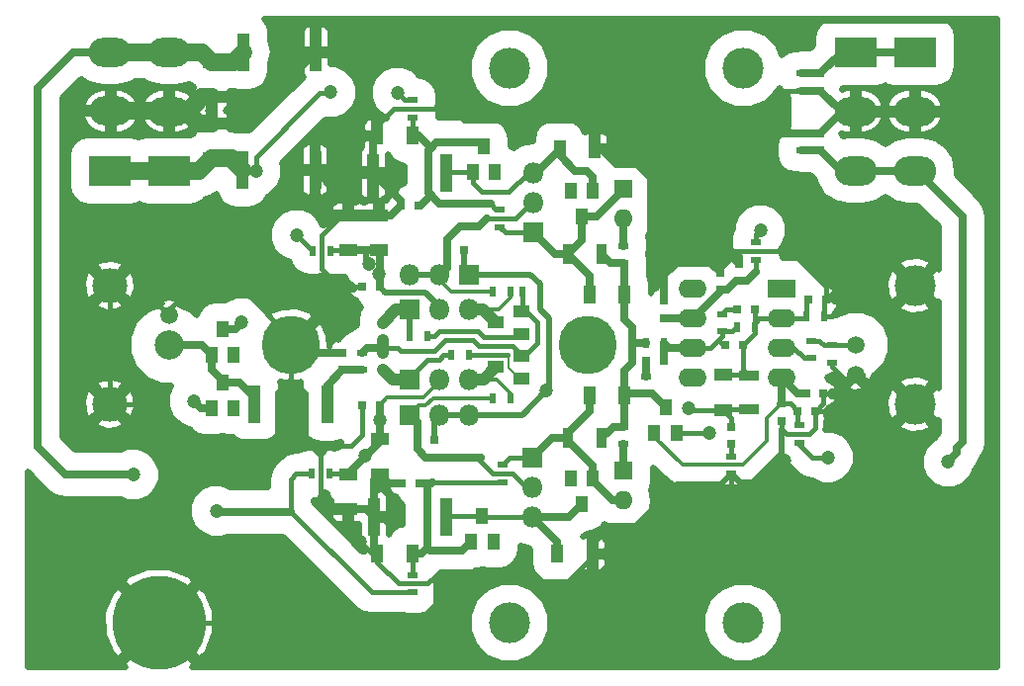
<source format=gtl>
G04 #@! TF.FileFunction,Copper,L1,Top,Signal*
%FSLAX46Y46*%
G04 Gerber Fmt 4.6, Leading zero omitted, Abs format (unit mm)*
G04 Created by KiCad (PCBNEW 4.0.2-stable) date 29/12/2017 06:51:54*
%MOMM*%
G01*
G04 APERTURE LIST*
%ADD10C,0.100000*%
%ADD11R,1.000000X1.400000*%
%ADD12C,5.000000*%
%ADD13C,2.500000*%
%ADD14C,1.500000*%
%ADD15C,3.000000*%
%ADD16R,2.400000X1.600000*%
%ADD17O,2.400000X1.600000*%
%ADD18R,0.900000X0.500000*%
%ADD19R,0.800000X0.750000*%
%ADD20R,0.750000X0.800000*%
%ADD21R,1.600000X1.000000*%
%ADD22C,3.500000*%
%ADD23O,3.600000X2.500000*%
%ADD24R,3.600000X2.500000*%
%ADD25R,1.800000X1.800000*%
%ADD26O,1.800000X1.800000*%
%ADD27R,0.500000X0.900000*%
%ADD28C,8.000000*%
%ADD29R,1.000000X1.600000*%
%ADD30R,1.400000X1.000000*%
%ADD31R,1.700000X0.900000*%
%ADD32R,1.000000X3.200000*%
%ADD33R,0.900000X1.700000*%
%ADD34R,1.600000X1.600000*%
%ADD35O,1.600000X1.600000*%
%ADD36C,1.200000*%
%ADD37C,0.700000*%
%ADD38C,0.500000*%
%ADD39C,0.400000*%
%ADD40C,1.500000*%
%ADD41C,2.500000*%
%ADD42C,1.000000*%
%ADD43C,0.300000*%
%ADD44C,0.180000*%
G04 APERTURE END LIST*
D10*
D11*
X152334000Y-79164000D03*
X150434000Y-79164000D03*
X151384000Y-81364000D03*
X119700000Y-93175000D03*
X121600000Y-93175000D03*
X120650000Y-90975000D03*
D12*
X126502000Y-92316000D03*
X151902000Y-92316000D03*
D13*
X116082000Y-92316000D03*
D14*
X116082000Y-89776000D03*
D15*
X111002000Y-87236000D03*
X111002000Y-97396000D03*
D16*
X168465500Y-87503000D03*
D17*
X160845500Y-95123000D03*
X168465500Y-90043000D03*
X160845500Y-92583000D03*
X168465500Y-92583000D03*
X160845500Y-90043000D03*
X168465500Y-95123000D03*
X160845500Y-87503000D03*
D18*
X134366000Y-92976000D03*
X134366000Y-94476000D03*
X170180000Y-75680000D03*
X170180000Y-74180000D03*
D19*
X156920500Y-93726000D03*
X158420500Y-93726000D03*
D20*
X158432500Y-88531000D03*
X158432500Y-90031000D03*
D19*
X172073000Y-96520000D03*
X170573000Y-96520000D03*
D20*
X163258500Y-86118000D03*
X163258500Y-87618000D03*
D19*
X171374500Y-97980500D03*
X169874500Y-97980500D03*
D21*
X134048500Y-84240500D03*
X134048500Y-81240500D03*
X134112000Y-100417500D03*
X134112000Y-103417500D03*
D14*
X174822000Y-92329000D03*
X174822000Y-94869000D03*
D22*
X179902000Y-97409000D03*
X179902000Y-87249000D03*
D23*
X179895500Y-77406500D03*
X179895500Y-72326500D03*
D24*
X179895500Y-67246500D03*
X174815500Y-67246500D03*
D23*
X174815500Y-72326500D03*
X174815500Y-77406500D03*
X110998000Y-67246000D03*
X111098000Y-72290000D03*
D24*
X110998000Y-77406000D03*
X116078000Y-77406000D03*
D23*
X116078000Y-72326000D03*
X116078000Y-67246000D03*
D25*
X136662000Y-89316000D03*
D26*
X139202000Y-89316000D03*
X141742000Y-89316000D03*
D25*
X136662000Y-95316000D03*
D26*
X139202000Y-95316000D03*
X141742000Y-95316000D03*
D18*
X172783500Y-93841000D03*
X172783500Y-92341000D03*
D27*
X172136500Y-89916000D03*
X170636500Y-89916000D03*
X158420500Y-92138500D03*
X156920500Y-92138500D03*
D28*
X115202000Y-116116000D03*
D22*
X165202000Y-68616000D03*
X145202000Y-68616000D03*
X165202000Y-116116000D03*
D18*
X134366000Y-90436000D03*
X134366000Y-91936000D03*
D22*
X145202000Y-116116000D03*
D11*
X119700000Y-97747000D03*
X121600000Y-97747000D03*
X120650000Y-95547000D03*
D27*
X166167500Y-90805000D03*
X164667500Y-90805000D03*
D25*
X141757400Y-86316000D03*
D26*
X139217400Y-86316000D03*
X136677400Y-86316000D03*
D25*
X136662000Y-98316000D03*
D26*
X139202000Y-98316000D03*
X141742000Y-98316000D03*
D19*
X170763500Y-88455500D03*
X172263500Y-88455500D03*
X164667500Y-89281000D03*
X166167500Y-89281000D03*
X163651500Y-92329000D03*
X165151500Y-92329000D03*
D20*
X171831000Y-74180000D03*
X171831000Y-75680000D03*
D21*
X119697500Y-68096000D03*
X119697500Y-71096000D03*
D20*
X168465500Y-98857500D03*
X168465500Y-97357500D03*
X164846000Y-85356000D03*
X164846000Y-86856000D03*
X171831000Y-70536500D03*
X171831000Y-69036500D03*
D21*
X119697500Y-76366500D03*
X119697500Y-73366500D03*
D29*
X152043000Y-88011000D03*
X155043000Y-88011000D03*
X155043000Y-96647000D03*
X152043000Y-96647000D03*
X149503000Y-75565000D03*
X152503000Y-75565000D03*
X149312500Y-110236000D03*
X152312500Y-110236000D03*
D20*
X164211000Y-100826000D03*
X164211000Y-99326000D03*
D19*
X141339000Y-84201000D03*
X139839000Y-84201000D03*
X137299000Y-100457000D03*
X138799000Y-100457000D03*
D29*
X136882000Y-74422000D03*
X133882000Y-74422000D03*
D21*
X131445000Y-84240500D03*
X131445000Y-81240500D03*
X131445000Y-103402000D03*
X131445000Y-106402000D03*
D29*
X136882000Y-110236000D03*
X133882000Y-110236000D03*
D19*
X135902000Y-80391000D03*
X137402000Y-80391000D03*
X135965500Y-104203500D03*
X137465500Y-104203500D03*
D20*
X130937000Y-92976000D03*
X130937000Y-94476000D03*
D19*
X132600000Y-87376000D03*
X134100000Y-87376000D03*
X132600000Y-97472500D03*
X134100000Y-97472500D03*
D11*
X142052000Y-77554000D03*
X143952000Y-77554000D03*
X143002000Y-75354000D03*
X141925000Y-109177000D03*
X143825000Y-109177000D03*
X142875000Y-106977000D03*
X152334000Y-103802000D03*
X150434000Y-103802000D03*
X151384000Y-106002000D03*
D18*
X166306500Y-83514500D03*
X166306500Y-85014500D03*
X170053000Y-99199000D03*
X170053000Y-100699000D03*
X132588000Y-94476000D03*
X132588000Y-92976000D03*
X136906000Y-71322500D03*
X136906000Y-72822500D03*
X136906000Y-112026000D03*
X136906000Y-113526000D03*
D27*
X128345500Y-84264500D03*
X129845500Y-84264500D03*
X129782000Y-103378000D03*
X128282000Y-103378000D03*
D25*
X147202000Y-82677000D03*
D26*
X147202000Y-80137000D03*
X147202000Y-77597000D03*
D25*
X147193000Y-101981000D03*
D26*
X147193000Y-104521000D03*
X147193000Y-107061000D03*
D30*
X146261000Y-91374000D03*
X146261000Y-89474000D03*
X144061000Y-90424000D03*
X146261000Y-95184000D03*
X146261000Y-93284000D03*
X144061000Y-94234000D03*
D31*
X165671500Y-97843000D03*
X165671500Y-94943000D03*
D18*
X171005500Y-91960000D03*
X171005500Y-93460000D03*
X163385500Y-89674000D03*
X163385500Y-91174000D03*
X156908500Y-95008000D03*
X156908500Y-96508000D03*
D32*
X122439500Y-67246500D03*
X128639500Y-67246500D03*
D33*
X150188000Y-84582000D03*
X153088000Y-84582000D03*
X153088000Y-100330000D03*
X150188000Y-100330000D03*
D18*
X154940000Y-83832000D03*
X154940000Y-85332000D03*
X154940000Y-99326000D03*
X154940000Y-100826000D03*
X170180000Y-69036500D03*
X170180000Y-70536500D03*
D32*
X122376000Y-77343000D03*
X128576000Y-77343000D03*
X139752000Y-77597000D03*
X133552000Y-77597000D03*
X133615500Y-107061000D03*
X139815500Y-107061000D03*
D18*
X164211000Y-101866000D03*
X164211000Y-103366000D03*
X144399000Y-80720500D03*
X144399000Y-82220500D03*
X144589500Y-102564500D03*
X144589500Y-104064500D03*
D27*
X143776000Y-87757000D03*
X145276000Y-87757000D03*
X147816000Y-87757000D03*
X146316000Y-87757000D03*
X143776000Y-96901000D03*
X145276000Y-96901000D03*
X138164000Y-91567000D03*
X136664000Y-91567000D03*
X141720000Y-93218000D03*
X140220000Y-93218000D03*
D32*
X129592000Y-97409000D03*
X123392000Y-97409000D03*
D11*
X157609500Y-99842500D03*
X159509500Y-99842500D03*
X158559500Y-97642500D03*
D21*
X163512500Y-97893000D03*
X163512500Y-94893000D03*
D34*
X154940000Y-78994000D03*
D35*
X154940000Y-81534000D03*
D34*
X154940000Y-103124000D03*
D35*
X154940000Y-105664000D03*
D36*
X158623000Y-84582000D03*
X126502000Y-99431000D03*
X132016500Y-79819500D03*
X129667000Y-81280000D03*
X135255000Y-77533500D03*
X127000000Y-77406500D03*
X130492500Y-67310000D03*
X132270500Y-74295000D03*
X169354500Y-83947000D03*
X163766500Y-83947000D03*
X173545500Y-87122000D03*
X172656500Y-98425000D03*
X168783000Y-102235000D03*
X164211000Y-104902000D03*
X154051000Y-110109000D03*
X135001000Y-107315000D03*
X132397500Y-109220000D03*
X129381250Y-105314750D03*
X129921000Y-70675500D03*
X135636000Y-70739000D03*
X127000000Y-82931000D03*
X123507500Y-77470000D03*
X113030000Y-103441500D03*
X120142000Y-106553000D03*
X148336000Y-96266000D03*
X160528000Y-97790000D03*
X172466000Y-101981000D03*
X182753000Y-102362000D03*
X162306000Y-99885500D03*
X166687500Y-82486500D03*
X122301000Y-90424000D03*
X133223000Y-85407500D03*
X134048500Y-86233000D03*
X118237000Y-97155000D03*
X132842000Y-101854000D03*
X134112000Y-98742500D03*
D37*
X153670000Y-107950000D02*
X156019500Y-107950000D01*
X152312500Y-110236000D02*
X152312500Y-109307500D01*
X152312500Y-109307500D02*
X153670000Y-107950000D01*
D38*
X163246500Y-104330500D02*
X164211000Y-103366000D01*
D37*
X159639000Y-104330500D02*
X163246500Y-104330500D01*
X156019500Y-107950000D02*
X159639000Y-104330500D01*
X152503000Y-75565000D02*
X153098500Y-75565000D01*
D39*
X159004000Y-84963000D02*
X158623000Y-84582000D01*
X159004000Y-84963000D02*
X159004000Y-85788500D01*
D37*
X157353000Y-83312000D02*
X158623000Y-84582000D01*
X157353000Y-78041500D02*
X157353000Y-83312000D01*
X156146500Y-76835000D02*
X157353000Y-78041500D01*
X154368500Y-76835000D02*
X156146500Y-76835000D01*
X153098500Y-75565000D02*
X154368500Y-76835000D01*
D39*
X174822000Y-94869000D02*
X174441000Y-95250000D01*
X174441000Y-95250000D02*
X173863000Y-95250000D01*
X173863000Y-95250000D02*
X172783500Y-94170500D01*
X172783500Y-94170500D02*
X172783500Y-93841000D01*
X174822000Y-94869000D02*
X175676000Y-95723000D01*
X175676000Y-95723000D02*
X177990500Y-93408500D01*
X177990500Y-93408500D02*
X177990500Y-90741500D01*
X177990500Y-90741500D02*
X175704500Y-88455500D01*
X175704500Y-88455500D02*
X172263500Y-88455500D01*
X116082000Y-89776000D02*
X116082000Y-89277000D01*
X117221000Y-88138000D02*
X122936000Y-88138000D01*
X116082000Y-89277000D02*
X117221000Y-88138000D01*
X122936000Y-88138000D02*
X126502000Y-91704000D01*
X126502000Y-91704000D02*
X126502000Y-92316000D01*
X116082000Y-89776000D02*
X115333000Y-89027000D01*
X115333000Y-89027000D02*
X112793000Y-89027000D01*
X112793000Y-89027000D02*
X111002000Y-87236000D01*
D40*
X116078000Y-72326000D02*
X117538000Y-72326000D01*
X117538000Y-72326000D02*
X118618000Y-73406000D01*
X118618000Y-73406000D02*
X119658000Y-73406000D01*
X119658000Y-73406000D02*
X119697500Y-73366500D01*
X116078000Y-72326000D02*
X117666000Y-72326000D01*
X117666000Y-72326000D02*
X118896000Y-71096000D01*
X118896000Y-71096000D02*
X119697500Y-71096000D01*
D39*
X133882000Y-74422000D02*
X133882000Y-73509000D01*
X133882000Y-73509000D02*
X135318500Y-72072500D01*
X135318500Y-72072500D02*
X140208000Y-72072500D01*
X140208000Y-72072500D02*
X141287500Y-73152000D01*
X141287500Y-73152000D02*
X151384000Y-73152000D01*
X151384000Y-73152000D02*
X152503000Y-74271000D01*
X152503000Y-74271000D02*
X152503000Y-75565000D01*
D37*
X161353500Y-69977000D02*
X165556500Y-74180000D01*
X165556500Y-74180000D02*
X170180000Y-74180000D01*
X161353500Y-66167000D02*
X161353500Y-69977000D01*
X162941000Y-64579500D02*
X161353500Y-66167000D01*
X171513500Y-64579500D02*
X162941000Y-64579500D01*
X171577000Y-64516000D02*
X171513500Y-64579500D01*
X183896000Y-64516000D02*
X171577000Y-64516000D01*
X184150000Y-64770000D02*
X183896000Y-64516000D01*
X184150000Y-70572000D02*
X184150000Y-64770000D01*
X179895500Y-72326500D02*
X182395500Y-72326500D01*
X182395500Y-72326500D02*
X184150000Y-70572000D01*
D39*
X131445000Y-81240500D02*
X130786000Y-81240500D01*
X130786000Y-81240500D02*
X129095500Y-82931000D01*
X129095500Y-82931000D02*
X129095500Y-85852000D01*
X129095500Y-85852000D02*
X131030750Y-87787250D01*
X126502000Y-92316000D02*
X126502000Y-95260000D01*
X126502000Y-95260000D02*
X127762000Y-96520000D01*
X127762000Y-96520000D02*
X127762000Y-100520500D01*
X126502000Y-92316000D02*
X126502000Y-95240000D01*
X126502000Y-95240000D02*
X125349000Y-96393000D01*
X125349000Y-96393000D02*
X125349000Y-100330000D01*
X125349000Y-100330000D02*
X125158500Y-100520500D01*
D41*
X126502000Y-99431000D02*
X126502000Y-96827500D01*
X126502000Y-96827500D02*
X126555500Y-96774000D01*
D37*
X125603000Y-100520500D02*
X125603000Y-100330000D01*
X125603000Y-100330000D02*
X126502000Y-99431000D01*
D41*
X126502000Y-99431000D02*
X126492000Y-99441000D01*
D39*
X134048500Y-81240500D02*
X134048500Y-80518000D01*
X133350000Y-79819500D02*
X132016500Y-79819500D01*
X134048500Y-80518000D02*
X133350000Y-79819500D01*
X131445000Y-81240500D02*
X129706500Y-81240500D01*
X129706500Y-81240500D02*
X129667000Y-81280000D01*
X133552000Y-77597000D02*
X135191500Y-77597000D01*
X135191500Y-77597000D02*
X135255000Y-77533500D01*
X128576000Y-77343000D02*
X127063500Y-77343000D01*
X127063500Y-77343000D02*
X127000000Y-77406500D01*
X128639500Y-67246500D02*
X130429000Y-67246500D01*
X130429000Y-67246500D02*
X130492500Y-67310000D01*
X133882000Y-74422000D02*
X132397500Y-74422000D01*
X132397500Y-74422000D02*
X132270500Y-74295000D01*
X168973500Y-84264500D02*
X169037000Y-84264500D01*
X169037000Y-84264500D02*
X169354500Y-83947000D01*
X164846000Y-85356000D02*
X164846000Y-85026500D01*
X164846000Y-85026500D02*
X163766500Y-83947000D01*
X172263500Y-88455500D02*
X172263500Y-88404000D01*
X172263500Y-88404000D02*
X173545500Y-87122000D01*
X171374500Y-97980500D02*
X172212000Y-97980500D01*
X172212000Y-97980500D02*
X172656500Y-98425000D01*
X168465500Y-98857500D02*
X168465500Y-101917500D01*
X168465500Y-101917500D02*
X168783000Y-102235000D01*
X164211000Y-103366000D02*
X164211000Y-104902000D01*
X152312500Y-110236000D02*
X153924000Y-110236000D01*
X153924000Y-110236000D02*
X154051000Y-110109000D01*
X133615500Y-107061000D02*
X134747000Y-107061000D01*
X134747000Y-107061000D02*
X135001000Y-107315000D01*
X133882000Y-110236000D02*
X133413500Y-110236000D01*
X133413500Y-110236000D02*
X132397500Y-109220000D01*
X172136500Y-89916000D02*
X172783500Y-89916000D01*
X172783500Y-89916000D02*
X173418500Y-89281000D01*
X173418500Y-89281000D02*
X173418500Y-88582500D01*
X173418500Y-88582500D02*
X173291500Y-88455500D01*
X173291500Y-88455500D02*
X172263500Y-88455500D01*
X172263500Y-88455500D02*
X172263500Y-87300500D01*
X172263500Y-87300500D02*
X169227500Y-84264500D01*
X169227500Y-84264500D02*
X168973500Y-84264500D01*
X168973500Y-84264500D02*
X164338000Y-84264500D01*
X164338000Y-84264500D02*
X164338000Y-84328000D01*
X164338000Y-84328000D02*
X164846000Y-84836000D01*
D37*
X164846000Y-84836000D02*
X164846000Y-85356000D01*
X158877000Y-85915500D02*
X159004000Y-85788500D01*
X158432500Y-86360000D02*
X158877000Y-85915500D01*
X158432500Y-88531000D02*
X158432500Y-86360000D01*
X159004000Y-85788500D02*
X159512000Y-85280500D01*
X162421000Y-85280500D02*
X163056000Y-85915500D01*
X159512000Y-85280500D02*
X162421000Y-85280500D01*
X163258500Y-85725000D02*
X164147500Y-84836000D01*
X164147500Y-84836000D02*
X164326000Y-84836000D01*
X164326000Y-84836000D02*
X164846000Y-85356000D01*
D39*
X170180000Y-70536500D02*
X168326500Y-70536500D01*
X169430000Y-74180000D02*
X170180000Y-74180000D01*
X168592500Y-73342500D02*
X169430000Y-74180000D01*
X168592500Y-70802500D02*
X168592500Y-73342500D01*
X168326500Y-70536500D02*
X168592500Y-70802500D01*
D38*
X164211000Y-103366000D02*
X164921500Y-104076500D01*
X168465500Y-101663500D02*
X168465500Y-99504500D01*
X166052500Y-104076500D02*
X168465500Y-101663500D01*
X164921500Y-104076500D02*
X166052500Y-104076500D01*
D39*
X138493500Y-112458500D02*
X139255500Y-111696500D01*
X139255500Y-111696500D02*
X147129500Y-111696500D01*
X147129500Y-111696500D02*
X148018500Y-112585500D01*
X152312500Y-110450500D02*
X152312500Y-110236000D01*
X148018500Y-112585500D02*
X150177500Y-112585500D01*
X150177500Y-112585500D02*
X152312500Y-110450500D01*
X133882000Y-110236000D02*
X133882000Y-110958500D01*
X138176000Y-112776000D02*
X138747500Y-112204500D01*
X133882000Y-110958500D02*
X135699500Y-112776000D01*
X135699500Y-112776000D02*
X138176000Y-112776000D01*
X138747500Y-112204500D02*
X138874500Y-112331500D01*
X138874500Y-114490500D02*
X137249000Y-116116000D01*
X138874500Y-112331500D02*
X138874500Y-114490500D01*
X137249000Y-116116000D02*
X115202000Y-116116000D01*
X132600000Y-97472500D02*
X132600000Y-100000500D01*
X132600000Y-100000500D02*
X131635500Y-100965000D01*
X128905000Y-101663500D02*
X127762000Y-100520500D01*
X131635500Y-100965000D02*
X129667000Y-100965000D01*
X129667000Y-100965000D02*
X129095500Y-101536500D01*
X129095500Y-101536500D02*
X129095500Y-101663500D01*
X129095500Y-101663500D02*
X128905000Y-101663500D01*
X129286000Y-101473000D02*
X129032000Y-101727000D01*
X129032000Y-101727000D02*
X129032000Y-104965500D01*
X129032000Y-104965500D02*
X129381250Y-105314750D01*
X129381250Y-105314750D02*
X130468500Y-106402000D01*
X130468500Y-106402000D02*
X131445000Y-106402000D01*
X111002000Y-97396000D02*
X113271000Y-97396000D01*
X116395500Y-100520500D02*
X125158500Y-100520500D01*
X125158500Y-100520500D02*
X125603000Y-100520500D01*
X125603000Y-100520500D02*
X127762000Y-100520500D01*
X113271000Y-97396000D02*
X116395500Y-100520500D01*
X132600000Y-87376000D02*
X131442000Y-87376000D01*
X131442000Y-87376000D02*
X131030750Y-87787250D01*
X131030750Y-87787250D02*
X126502000Y-92316000D01*
X111002000Y-87236000D02*
X111002000Y-97396000D01*
D37*
X135902000Y-80391000D02*
X135902000Y-79947000D01*
X135902000Y-79947000D02*
X133552000Y-77597000D01*
X134048500Y-81240500D02*
X135052500Y-81240500D01*
X135052500Y-81240500D02*
X135902000Y-80391000D01*
X134048500Y-81240500D02*
X131445000Y-81240500D01*
X131445000Y-81240500D02*
X131445000Y-80212000D01*
X131445000Y-80212000D02*
X128576000Y-77343000D01*
X119697500Y-71096000D02*
X124790000Y-71096000D01*
X124790000Y-71096000D02*
X128639500Y-67246500D01*
X133552000Y-77597000D02*
X133552000Y-74752000D01*
X133552000Y-74752000D02*
X133882000Y-74422000D01*
X128576000Y-77343000D02*
X133298000Y-77343000D01*
X133298000Y-77343000D02*
X133552000Y-77597000D01*
X133615500Y-107061000D02*
X133615500Y-109969500D01*
X133615500Y-109969500D02*
X133882000Y-110236000D01*
X133615500Y-107061000D02*
X133615500Y-103914000D01*
X133615500Y-103914000D02*
X134112000Y-103417500D01*
X131445000Y-106402000D02*
X132956500Y-106402000D01*
X132956500Y-106402000D02*
X133615500Y-107061000D01*
X135965500Y-104203500D02*
X134898000Y-104203500D01*
X134898000Y-104203500D02*
X134112000Y-103417500D01*
D40*
X111098000Y-72290000D02*
X116042000Y-72290000D01*
X116042000Y-72290000D02*
X116078000Y-72326000D01*
D37*
X171831000Y-74180000D02*
X170180000Y-74180000D01*
X174815500Y-72326500D02*
X173684500Y-72326500D01*
X173684500Y-72326500D02*
X171831000Y-74180000D01*
X171831000Y-70536500D02*
X170180000Y-70536500D01*
X174815500Y-72326500D02*
X173621000Y-72326500D01*
X173621000Y-72326500D02*
X171831000Y-70536500D01*
X179895500Y-72326500D02*
X174815500Y-72326500D01*
D39*
X168465500Y-98857500D02*
X168465500Y-98933000D01*
X172136500Y-89916000D02*
X172136500Y-88582500D01*
X172136500Y-88582500D02*
X172263500Y-88455500D01*
X174822000Y-94869000D02*
X175450500Y-94869000D01*
X172073000Y-96520000D02*
X173171000Y-96520000D01*
X173171000Y-96520000D02*
X174822000Y-94869000D01*
X171374500Y-97980500D02*
X171450000Y-97980500D01*
X171450000Y-97980500D02*
X172073000Y-97357500D01*
X172073000Y-97357500D02*
X172073000Y-96520000D01*
X168465500Y-98857500D02*
X168465500Y-99504500D01*
X171374500Y-99453000D02*
X171374500Y-97980500D01*
X168465500Y-99504500D02*
X168910000Y-99949000D01*
X168910000Y-99949000D02*
X170878500Y-99949000D01*
X170878500Y-99949000D02*
X171374500Y-99453000D01*
X163258500Y-86118000D02*
X163258500Y-85725000D01*
X163056000Y-85915500D02*
X163258500Y-86118000D01*
D37*
X130937000Y-92976000D02*
X127162000Y-92976000D01*
X127162000Y-92976000D02*
X126502000Y-92316000D01*
D39*
X165151500Y-92329000D02*
X165151500Y-94423000D01*
X165151500Y-94423000D02*
X165671500Y-94943000D01*
X163512500Y-94893000D02*
X165621500Y-94893000D01*
X165621500Y-94893000D02*
X165671500Y-94943000D01*
X170636500Y-89916000D02*
X170636500Y-88582500D01*
X170636500Y-88582500D02*
X170763500Y-88455500D01*
X168465500Y-90043000D02*
X170509500Y-90043000D01*
X170509500Y-90043000D02*
X170636500Y-89916000D01*
X166167500Y-90805000D02*
X166167500Y-91313000D01*
X168465500Y-90043000D02*
X166560500Y-90043000D01*
X166560500Y-90043000D02*
X166167500Y-90436000D01*
X166167500Y-90436000D02*
X166167500Y-90805000D01*
X166167500Y-89281000D02*
X166167500Y-90805000D01*
X166167500Y-91313000D02*
X165151500Y-92329000D01*
X136906000Y-71322500D02*
X136219500Y-71322500D01*
X123507500Y-76211500D02*
X128396500Y-71322500D01*
X123507500Y-76211500D02*
X123507500Y-77470000D01*
X128980000Y-70739000D02*
X128396500Y-71322500D01*
X129857500Y-70739000D02*
X128980000Y-70739000D01*
X129921000Y-70675500D02*
X129857500Y-70739000D01*
X136219500Y-71322500D02*
X135636000Y-70739000D01*
X128345500Y-84264500D02*
X128333500Y-84264500D01*
X128333500Y-84264500D02*
X127000000Y-82931000D01*
X123507500Y-77470000D02*
X123380500Y-77343000D01*
X123380500Y-77343000D02*
X122376000Y-77343000D01*
D37*
X122376000Y-77343000D02*
X122376000Y-78295000D01*
D40*
X119697500Y-76366500D02*
X121399500Y-76366500D01*
X121399500Y-76366500D02*
X122376000Y-77343000D01*
X116078000Y-77406000D02*
X118658000Y-77406000D01*
X118658000Y-77406000D02*
X119697500Y-76366500D01*
X110998000Y-77406000D02*
X116078000Y-77406000D01*
D37*
X113030000Y-103441500D02*
X107188000Y-103441500D01*
X107188000Y-103441500D02*
X104838500Y-101092000D01*
X104838500Y-101092000D02*
X104838500Y-70294500D01*
X104838500Y-70294500D02*
X107887000Y-67246000D01*
X107887000Y-67246000D02*
X110998000Y-67246000D01*
X126492000Y-106616500D02*
X120205500Y-106616500D01*
D39*
X120205500Y-106616500D02*
X120142000Y-106553000D01*
X126492000Y-103822500D02*
X126492000Y-106616500D01*
X133401500Y-113526000D02*
X136906000Y-113526000D01*
X126492000Y-106616500D02*
X133401500Y-113526000D01*
X126492000Y-103822500D02*
X126936500Y-103378000D01*
X126936500Y-103378000D02*
X128282000Y-103378000D01*
D40*
X119697500Y-68096000D02*
X121590000Y-68096000D01*
X121590000Y-68096000D02*
X122439500Y-67246500D01*
X116078000Y-67246000D02*
X118847500Y-67246000D01*
X118847500Y-67246000D02*
X119697500Y-68096000D01*
X110998000Y-67246000D02*
X116078000Y-67246000D01*
D39*
X172783500Y-92341000D02*
X174810000Y-92341000D01*
X174810000Y-92341000D02*
X174822000Y-92329000D01*
X171005500Y-91960000D02*
X171716000Y-91960000D01*
X172097000Y-92341000D02*
X172783500Y-92341000D01*
X171716000Y-91960000D02*
X172097000Y-92341000D01*
D37*
X116082000Y-92316000D02*
X118841000Y-92316000D01*
X118841000Y-92316000D02*
X119700000Y-93175000D01*
X120650000Y-95547000D02*
X120650000Y-95377000D01*
X120650000Y-95377000D02*
X119700000Y-94427000D01*
X119700000Y-94427000D02*
X119700000Y-93175000D01*
X123392000Y-97409000D02*
X123392000Y-96849000D01*
X123392000Y-96849000D02*
X122090000Y-95547000D01*
X122090000Y-95547000D02*
X120650000Y-95547000D01*
D38*
X136664000Y-91567000D02*
X136664000Y-89318000D01*
X136664000Y-89318000D02*
X136662000Y-89316000D01*
D42*
X136662000Y-89316000D02*
X135486000Y-89316000D01*
X135486000Y-89316000D02*
X134366000Y-90436000D01*
D39*
X140220000Y-93218000D02*
X139573000Y-93218000D01*
X138176000Y-93599000D02*
X136662000Y-95113000D01*
X139192000Y-93599000D02*
X138176000Y-93599000D01*
X139573000Y-93218000D02*
X139192000Y-93599000D01*
X136662000Y-95113000D02*
X136662000Y-95316000D01*
D42*
X136662000Y-95316000D02*
X135206000Y-95316000D01*
X135206000Y-95316000D02*
X134366000Y-94476000D01*
D43*
X145276000Y-87757000D02*
X145276000Y-88277000D01*
X144237000Y-89316000D02*
X141742000Y-89316000D01*
X145276000Y-88277000D02*
X144237000Y-89316000D01*
D42*
X141742000Y-89316000D02*
X142953000Y-89316000D01*
X142953000Y-89316000D02*
X144061000Y-90424000D01*
D39*
X164211000Y-99326000D02*
X164211000Y-98591500D01*
X164211000Y-98591500D02*
X163512500Y-97893000D01*
X163512500Y-97893000D02*
X160694500Y-97893000D01*
X160591500Y-97790000D02*
X160528000Y-97790000D01*
X160694500Y-97893000D02*
X160591500Y-97790000D01*
X165671500Y-97843000D02*
X163562500Y-97843000D01*
X163562500Y-97843000D02*
X163512500Y-97893000D01*
D38*
X138799000Y-100457000D02*
X138799000Y-98719000D01*
X138799000Y-98719000D02*
X139202000Y-98316000D01*
X141339000Y-84201000D02*
X141339000Y-85897600D01*
X141339000Y-85897600D02*
X141757400Y-86316000D01*
X146286000Y-98316000D02*
X141742000Y-98316000D01*
X148336000Y-96266000D02*
X146286000Y-98316000D01*
X141757400Y-86316000D02*
X147022000Y-86316000D01*
X139202000Y-98316000D02*
X141742000Y-98316000D01*
X147816000Y-87757000D02*
X147816000Y-89269000D01*
X148590000Y-96012000D02*
X148336000Y-96266000D01*
X148590000Y-90043000D02*
X148590000Y-96012000D01*
X147816000Y-89269000D02*
X148590000Y-90043000D01*
X147816000Y-87110000D02*
X147816000Y-87757000D01*
X147022000Y-86316000D02*
X147816000Y-87110000D01*
D39*
X164667500Y-89281000D02*
X163778500Y-89281000D01*
X163778500Y-89281000D02*
X163385500Y-89674000D01*
D37*
X160845500Y-92583000D02*
X158865000Y-92583000D01*
X158865000Y-92583000D02*
X158420500Y-92138500D01*
X158420500Y-92138500D02*
X158420500Y-93726000D01*
D39*
X163651500Y-92329000D02*
X163512500Y-92329000D01*
X163512500Y-92329000D02*
X163068000Y-91884500D01*
X163385500Y-91567000D02*
X163068000Y-91884500D01*
X164298500Y-91174000D02*
X164667500Y-90805000D01*
X163385500Y-91174000D02*
X163385500Y-91567000D01*
X163068000Y-91884500D02*
X162369500Y-92583000D01*
X163385500Y-91174000D02*
X164298500Y-91174000D01*
X162369500Y-92583000D02*
X160845500Y-92583000D01*
X170053000Y-100699000D02*
X170053000Y-100901500D01*
X170053000Y-100901500D02*
X171132500Y-101981000D01*
X171132500Y-101981000D02*
X172466000Y-101981000D01*
D37*
X182753000Y-102362000D02*
X183515000Y-101600000D01*
X183515000Y-101600000D02*
X183515000Y-101155500D01*
X179895500Y-77406500D02*
X180086000Y-77406500D01*
X180086000Y-77406500D02*
X184023000Y-81343500D01*
X184023000Y-81343500D02*
X184023000Y-100647500D01*
X184023000Y-100647500D02*
X183515000Y-101155500D01*
X171831000Y-75680000D02*
X170180000Y-75680000D01*
X174815500Y-77406500D02*
X173557500Y-77406500D01*
X173557500Y-77406500D02*
X171831000Y-75680000D01*
X179895500Y-77406500D02*
X174815500Y-77406500D01*
D39*
X159509500Y-99842500D02*
X162263000Y-99842500D01*
X162263000Y-99842500D02*
X162306000Y-99885500D01*
D37*
X164846000Y-86856000D02*
X165493000Y-86856000D01*
D39*
X166306500Y-86042500D02*
X166306500Y-85014500D01*
D37*
X165493000Y-86856000D02*
X166306500Y-86042500D01*
X164846000Y-86856000D02*
X164604000Y-86856000D01*
X164604000Y-86856000D02*
X163842000Y-87618000D01*
X163842000Y-87618000D02*
X163258500Y-87618000D01*
X163258500Y-87618000D02*
X163258500Y-87757000D01*
X163258500Y-87757000D02*
X160972500Y-90043000D01*
X160972500Y-90043000D02*
X160845500Y-90043000D01*
X160845500Y-90043000D02*
X158444500Y-90043000D01*
X158444500Y-90043000D02*
X158432500Y-90031000D01*
D44*
X157609500Y-99842500D02*
X157609500Y-100205500D01*
D43*
X157609500Y-100205500D02*
X160020000Y-102616000D01*
X160020000Y-102616000D02*
X165163500Y-102616000D01*
X165163500Y-102616000D02*
X167259000Y-100520500D01*
X167259000Y-100520500D02*
X167259000Y-98564000D01*
X167259000Y-98564000D02*
X168465500Y-97357500D01*
D39*
X169874500Y-97980500D02*
X169874500Y-99020500D01*
X169874500Y-99020500D02*
X170053000Y-99199000D01*
X168465500Y-97357500D02*
X168263000Y-97357500D01*
D37*
X170573000Y-96520000D02*
X169862500Y-96520000D01*
X169862500Y-96520000D02*
X168465500Y-95123000D01*
D39*
X168465500Y-97357500D02*
X169251500Y-97357500D01*
X169251500Y-97357500D02*
X169874500Y-97980500D01*
D37*
X168465500Y-95123000D02*
X168465500Y-97357500D01*
X156920500Y-93726000D02*
X156920500Y-94996000D01*
X156920500Y-94996000D02*
X156908500Y-95008000D01*
D39*
X166306500Y-82867500D02*
X166306500Y-83514500D01*
X166687500Y-82486500D02*
X166306500Y-82867500D01*
X166306500Y-83514500D02*
X166306500Y-83439000D01*
D37*
X171831000Y-69036500D02*
X170180000Y-69036500D01*
X174815500Y-67246500D02*
X173621000Y-67246500D01*
X173621000Y-67246500D02*
X171831000Y-69036500D01*
X179895500Y-67246500D02*
X174815500Y-67246500D01*
X151384000Y-81364000D02*
X152633500Y-81364000D01*
X152633500Y-81364000D02*
X154940000Y-79057500D01*
X154940000Y-79057500D02*
X154940000Y-78994000D01*
X151384000Y-81364000D02*
X151384000Y-83386000D01*
X151384000Y-83386000D02*
X150188000Y-84582000D01*
X150188000Y-84582000D02*
X149107000Y-84582000D01*
X149107000Y-84582000D02*
X147202000Y-82677000D01*
X152043000Y-88011000D02*
X152043000Y-86437000D01*
X152043000Y-86437000D02*
X150188000Y-84582000D01*
D39*
X147202000Y-82677000D02*
X144855500Y-82677000D01*
X144855500Y-82677000D02*
X144399000Y-82220500D01*
D37*
X154940000Y-99326000D02*
X154092000Y-99326000D01*
X154092000Y-99326000D02*
X153088000Y-100330000D01*
X155043000Y-96647000D02*
X155043000Y-99223000D01*
X155043000Y-99223000D02*
X154940000Y-99326000D01*
X154940000Y-85332000D02*
X153838000Y-85332000D01*
X153838000Y-85332000D02*
X153088000Y-84582000D01*
X155043000Y-88011000D02*
X155043000Y-85435000D01*
X155043000Y-85435000D02*
X154940000Y-85332000D01*
X156908500Y-96508000D02*
X157425000Y-96508000D01*
X157425000Y-96508000D02*
X158559500Y-97642500D01*
X156908500Y-96508000D02*
X155182000Y-96508000D01*
X155182000Y-96508000D02*
X155043000Y-96647000D01*
X156920500Y-92138500D02*
X155702000Y-92138500D01*
X155702000Y-92138500D02*
X155892500Y-92138500D01*
X155892500Y-92138500D02*
X155702000Y-92138500D01*
X155043000Y-88011000D02*
X155043000Y-90146000D01*
X155043000Y-94512000D02*
X155043000Y-96647000D01*
X155702000Y-93853000D02*
X155043000Y-94512000D01*
X155702000Y-90805000D02*
X155702000Y-92138500D01*
X155702000Y-92138500D02*
X155702000Y-93853000D01*
X155043000Y-90146000D02*
X155702000Y-90805000D01*
X155055000Y-96659000D02*
X155043000Y-96647000D01*
X152334000Y-103802000D02*
X152334000Y-103947000D01*
X152334000Y-103947000D02*
X154051000Y-105664000D01*
X154051000Y-105664000D02*
X154940000Y-105664000D01*
X150188000Y-100330000D02*
X150188000Y-100531000D01*
X150188000Y-100531000D02*
X152334000Y-102677000D01*
X152334000Y-102677000D02*
X152334000Y-103802000D01*
X150188000Y-100330000D02*
X148844000Y-100330000D01*
X148844000Y-100330000D02*
X147193000Y-101981000D01*
X150188000Y-100330000D02*
X150188000Y-99875000D01*
X150188000Y-99875000D02*
X152043000Y-98020000D01*
X152043000Y-98020000D02*
X152043000Y-96647000D01*
D39*
X145173000Y-101981000D02*
X144589500Y-102564500D01*
X147193000Y-101981000D02*
X145173000Y-101981000D01*
D37*
X152334000Y-79164000D02*
X152334000Y-77912000D01*
X150812500Y-77406500D02*
X149503000Y-76097000D01*
X151828500Y-77406500D02*
X150812500Y-77406500D01*
X152334000Y-77912000D02*
X151828500Y-77406500D01*
X149503000Y-76097000D02*
X149503000Y-75565000D01*
X147202000Y-77597000D02*
X147471000Y-77597000D01*
X147471000Y-77597000D02*
X149503000Y-75565000D01*
D44*
X149503000Y-76097000D02*
X149503000Y-75565000D01*
D39*
X142052000Y-77554000D02*
X139795000Y-77554000D01*
X139795000Y-77554000D02*
X139752000Y-77597000D01*
X147202000Y-77597000D02*
X146812000Y-77597000D01*
X146812000Y-77597000D02*
X145161000Y-79248000D01*
X142052000Y-78425000D02*
X142052000Y-77554000D01*
X142875000Y-79248000D02*
X142052000Y-78425000D01*
X145161000Y-79248000D02*
X142875000Y-79248000D01*
D37*
X147193000Y-107061000D02*
X150325000Y-107061000D01*
X150325000Y-107061000D02*
X151384000Y-106002000D01*
X149312500Y-110236000D02*
X149312500Y-109180500D01*
X149312500Y-109180500D02*
X147193000Y-107061000D01*
D39*
X142875000Y-106977000D02*
X139899500Y-106977000D01*
X139899500Y-106977000D02*
X139815500Y-107061000D01*
X147193000Y-107061000D02*
X142959000Y-107061000D01*
X142959000Y-107061000D02*
X142875000Y-106977000D01*
X164211000Y-100826000D02*
X164211000Y-101866000D01*
X147202000Y-80137000D02*
X147066000Y-80137000D01*
X147066000Y-80137000D02*
X145732500Y-81470500D01*
X145732500Y-81470500D02*
X143256000Y-81470500D01*
D37*
X143256000Y-81470500D02*
X142557500Y-82169000D01*
X142557500Y-82169000D02*
X140970000Y-82169000D01*
X139839000Y-83300000D02*
X139839000Y-84201000D01*
X140970000Y-82169000D02*
X139839000Y-83300000D01*
X139839000Y-84201000D02*
X139839000Y-85694400D01*
X139839000Y-85694400D02*
X139217400Y-86316000D01*
D43*
X143776000Y-87757000D02*
X140208000Y-87757000D01*
X140208000Y-87757000D02*
X139217400Y-86766400D01*
X139217400Y-86766400D02*
X139217400Y-86316000D01*
D38*
X139217400Y-86316000D02*
X136677400Y-86316000D01*
D39*
X147193000Y-104521000D02*
X146685000Y-104521000D01*
X146685000Y-104521000D02*
X145478500Y-103314500D01*
X145478500Y-103314500D02*
X143764000Y-103314500D01*
X143764000Y-103314500D02*
X142430500Y-101981000D01*
X142430500Y-101981000D02*
X142557500Y-101981000D01*
X142557500Y-101981000D02*
X142748000Y-102171500D01*
X142748000Y-102171500D02*
X142748000Y-101981000D01*
D37*
X142748000Y-101981000D02*
X138049000Y-101981000D01*
X138049000Y-101981000D02*
X137299000Y-101231000D01*
D43*
X143776000Y-96901000D02*
X138684000Y-96901000D01*
X138049000Y-97536000D02*
X137442000Y-97536000D01*
X138684000Y-96901000D02*
X138049000Y-97536000D01*
X137442000Y-97536000D02*
X136662000Y-98316000D01*
D37*
X137299000Y-101231000D02*
X137299000Y-100457000D01*
X137299000Y-100457000D02*
X137299000Y-98953000D01*
X137299000Y-98953000D02*
X136662000Y-98316000D01*
X138493500Y-75501500D02*
X138811000Y-75184000D01*
X138811000Y-75184000D02*
X138811000Y-75120500D01*
X138811000Y-75120500D02*
X138938000Y-74993500D01*
X138938000Y-74993500D02*
X142641500Y-74993500D01*
X143573500Y-80264000D02*
X139192000Y-80264000D01*
X139192000Y-80264000D02*
X138493500Y-79565500D01*
X138493500Y-79565500D02*
X138493500Y-79502000D01*
X138493500Y-79502000D02*
X138303000Y-79311500D01*
X138303000Y-79311500D02*
X138303000Y-75692000D01*
X138303000Y-75692000D02*
X138493500Y-75501500D01*
X137402000Y-80391000D02*
X137604500Y-80391000D01*
X137604500Y-80391000D02*
X138493500Y-79502000D01*
X136882000Y-74422000D02*
X137414000Y-74422000D01*
X137414000Y-74422000D02*
X138493500Y-75501500D01*
D39*
X136906000Y-72822500D02*
X136906000Y-74398000D01*
D37*
X136906000Y-74398000D02*
X136882000Y-74422000D01*
D39*
X144399000Y-80720500D02*
X144030000Y-80720500D01*
X144030000Y-80720500D02*
X143573500Y-80264000D01*
X142641500Y-74993500D02*
X143002000Y-75354000D01*
X131445000Y-84240500D02*
X129869500Y-84240500D01*
X129869500Y-84240500D02*
X129845500Y-84264500D01*
D37*
X121750000Y-90975000D02*
X122301000Y-90424000D01*
X120650000Y-90975000D02*
X121750000Y-90975000D01*
D38*
X132905500Y-85090000D02*
X132905500Y-84240500D01*
X133223000Y-85407500D02*
X132905500Y-85090000D01*
X134048500Y-86233000D02*
X134100000Y-86233000D01*
X134100000Y-86233000D02*
X134048500Y-86233000D01*
X134048500Y-86233000D02*
X134100000Y-86233000D01*
D37*
X134048500Y-84240500D02*
X132905500Y-84240500D01*
X132905500Y-84240500D02*
X131445000Y-84240500D01*
X134100000Y-87376000D02*
X134100000Y-86233000D01*
X134100000Y-86233000D02*
X134100000Y-84292000D01*
X134100000Y-84292000D02*
X134048500Y-84240500D01*
D38*
X139202000Y-89037000D02*
X137985500Y-87820500D01*
X137985500Y-87820500D02*
X134544500Y-87820500D01*
X134544500Y-87820500D02*
X134100000Y-87376000D01*
D37*
X118829000Y-97747000D02*
X118237000Y-97155000D01*
X119700000Y-97747000D02*
X118829000Y-97747000D01*
D39*
X129782000Y-103378000D02*
X131421000Y-103378000D01*
D37*
X131421000Y-103378000D02*
X131445000Y-103402000D01*
D38*
X132842000Y-101854000D02*
X132873750Y-101885750D01*
X132873750Y-101885750D02*
X132842000Y-101854000D01*
X132842000Y-101854000D02*
X132842000Y-101917500D01*
X134112000Y-98742500D02*
X134100000Y-98742500D01*
X134100000Y-98742500D02*
X134112000Y-98742500D01*
X134112000Y-98742500D02*
X134100000Y-98742500D01*
D37*
X134112000Y-100417500D02*
X134112000Y-100647500D01*
X134112000Y-100647500D02*
X132842000Y-101917500D01*
X132842000Y-101917500D02*
X131445000Y-103314500D01*
X131445000Y-103314500D02*
X131445000Y-103402000D01*
X134100000Y-97472500D02*
X134100000Y-98742500D01*
X134100000Y-98742500D02*
X134100000Y-100405500D01*
X134100000Y-100405500D02*
X134112000Y-100417500D01*
D43*
X139202000Y-95494000D02*
X137858500Y-96837500D01*
X137858500Y-96837500D02*
X134735000Y-96837500D01*
X134735000Y-96837500D02*
X134100000Y-97472500D01*
D37*
X137465500Y-104203500D02*
X138493500Y-104203500D01*
X138493500Y-104203500D02*
X138632500Y-104064500D01*
X136882000Y-110236000D02*
X137668000Y-110236000D01*
X137668000Y-110236000D02*
X138176000Y-109728000D01*
D39*
X136906000Y-112026000D02*
X136906000Y-110260000D01*
D37*
X136906000Y-110260000D02*
X136882000Y-110236000D01*
D39*
X144589500Y-104064500D02*
X138632500Y-104064500D01*
X138632500Y-104064500D02*
X138176000Y-104521000D01*
D37*
X138176000Y-104521000D02*
X138176000Y-109728000D01*
X141120000Y-109982000D02*
X141925000Y-109177000D01*
X138176000Y-109728000D02*
X138430000Y-109982000D01*
X138430000Y-109982000D02*
X141120000Y-109982000D01*
X129592000Y-97409000D02*
X129592000Y-95821000D01*
X129592000Y-95821000D02*
X130937000Y-94476000D01*
X132588000Y-94476000D02*
X130937000Y-94476000D01*
D39*
X146316000Y-87757000D02*
X146316000Y-89419000D01*
X146316000Y-89419000D02*
X146261000Y-89474000D01*
D37*
X134493000Y-92583000D02*
X132981000Y-92583000D01*
X132981000Y-92583000D02*
X132588000Y-92976000D01*
D39*
X146261000Y-93284000D02*
X146492000Y-93284000D01*
X146492000Y-93284000D02*
X147574000Y-92202000D01*
X147574000Y-90424000D02*
X146624000Y-89474000D01*
X147574000Y-92202000D02*
X147574000Y-90424000D01*
X146624000Y-89474000D02*
X146261000Y-89474000D01*
X134366000Y-92583000D02*
X134493000Y-92583000D01*
X134493000Y-92583000D02*
X135636000Y-92583000D01*
X145433000Y-92456000D02*
X146261000Y-93284000D01*
X142621000Y-92456000D02*
X145433000Y-92456000D01*
X142113000Y-91948000D02*
X142621000Y-92456000D01*
X139700000Y-91948000D02*
X142113000Y-91948000D01*
X138811000Y-92837000D02*
X139700000Y-91948000D01*
X135890000Y-92837000D02*
X138811000Y-92837000D01*
X135636000Y-92583000D02*
X135890000Y-92837000D01*
D42*
X134366000Y-92976000D02*
X134366000Y-92583000D01*
X134366000Y-92583000D02*
X134366000Y-91936000D01*
D39*
X138164000Y-91567000D02*
X138811000Y-91567000D01*
X143002000Y-91694000D02*
X145941000Y-91694000D01*
X142494000Y-91186000D02*
X143002000Y-91694000D01*
X139192000Y-91186000D02*
X142494000Y-91186000D01*
X138811000Y-91567000D02*
X139192000Y-91186000D01*
X145941000Y-91694000D02*
X146261000Y-91374000D01*
D44*
X145161000Y-93345000D02*
X145034000Y-93218000D01*
D39*
X141720000Y-93218000D02*
X145034000Y-93218000D01*
D44*
X145161000Y-94310200D02*
X146034800Y-95184000D01*
X145161000Y-93345000D02*
X145161000Y-94310200D01*
X146034800Y-95184000D02*
X146261000Y-95184000D01*
D43*
X145276000Y-96901000D02*
X145276000Y-96508000D01*
X145276000Y-96508000D02*
X144084000Y-95316000D01*
X144084000Y-95316000D02*
X141742000Y-95316000D01*
D42*
X141742000Y-95316000D02*
X142979000Y-95316000D01*
X142979000Y-95316000D02*
X144061000Y-94234000D01*
D39*
X171005500Y-93460000D02*
X170422000Y-93460000D01*
X170422000Y-93460000D02*
X169545000Y-92583000D01*
X169545000Y-92583000D02*
X168465500Y-92583000D01*
D37*
X154940000Y-81534000D02*
X154940000Y-83832000D01*
X154940000Y-100826000D02*
X154940000Y-103124000D01*
D38*
G36*
X171771371Y-64717511D02*
X171371792Y-65302314D01*
X171231216Y-65996500D01*
X171231216Y-66666436D01*
X170961152Y-66936500D01*
X170180000Y-66936500D01*
X169849623Y-67002216D01*
X169730000Y-67002216D01*
X169081489Y-67124242D01*
X168521511Y-67484577D01*
X168170886Y-66635999D01*
X167187179Y-65650575D01*
X165901247Y-65116609D01*
X164508861Y-65115394D01*
X163221999Y-65647114D01*
X162236575Y-66630821D01*
X161702609Y-67916753D01*
X161701394Y-69309139D01*
X162233114Y-70596001D01*
X163216821Y-71581425D01*
X164502753Y-72115391D01*
X165895139Y-72116606D01*
X167182001Y-71584886D01*
X168167425Y-70601179D01*
X168296455Y-70290441D01*
X168451011Y-70530629D01*
X168980000Y-70892072D01*
X168980000Y-70935684D01*
X169094181Y-71211341D01*
X169104500Y-71221660D01*
X169104500Y-73494840D01*
X169094181Y-73505159D01*
X168980000Y-73780816D01*
X168980000Y-73833048D01*
X168485871Y-74151011D01*
X168086292Y-74735814D01*
X167945716Y-75430000D01*
X167945716Y-75930000D01*
X168067742Y-76578511D01*
X168451011Y-77174129D01*
X169035814Y-77573708D01*
X169730000Y-77714284D01*
X169849623Y-77714284D01*
X170180000Y-77780000D01*
X170961152Y-77780000D01*
X171346993Y-78165841D01*
X171424312Y-78554550D01*
X172074631Y-79527820D01*
X173047901Y-80178139D01*
X174195951Y-80406500D01*
X175435049Y-80406500D01*
X176583099Y-80178139D01*
X177355500Y-79662037D01*
X178127901Y-80178139D01*
X179275951Y-80406500D01*
X180116152Y-80406500D01*
X181923000Y-82213348D01*
X181923000Y-85864298D01*
X181739210Y-85765344D01*
X180255553Y-87249000D01*
X181739210Y-88732656D01*
X181923000Y-88633702D01*
X181923000Y-96024298D01*
X181739210Y-95925344D01*
X180255553Y-97409000D01*
X181739210Y-98892656D01*
X181923000Y-98793702D01*
X181923000Y-99830826D01*
X181617098Y-100288642D01*
X181423571Y-100368605D01*
X180761929Y-101029094D01*
X180403409Y-101892505D01*
X180402593Y-102827393D01*
X180759605Y-103691429D01*
X181420094Y-104353071D01*
X182283505Y-104711591D01*
X183218393Y-104712407D01*
X184082429Y-104355395D01*
X184744071Y-103694906D01*
X184995536Y-103089312D01*
X184999924Y-103084924D01*
X185455147Y-102403635D01*
X185509590Y-102129932D01*
X185963147Y-101451136D01*
X185997586Y-101278000D01*
X186123000Y-100647500D01*
X186123000Y-81343500D01*
X185963147Y-80539865D01*
X185507924Y-79858576D01*
X183438863Y-77789515D01*
X183515049Y-77406500D01*
X183286688Y-76258450D01*
X182636369Y-75285180D01*
X181663099Y-74634861D01*
X180515049Y-74406500D01*
X179275951Y-74406500D01*
X178127901Y-74634861D01*
X177355500Y-75150963D01*
X176583099Y-74634861D01*
X175435049Y-74406500D01*
X174195951Y-74406500D01*
X173777094Y-74489816D01*
X173578622Y-74181382D01*
X174015500Y-74326500D01*
X174565500Y-74326500D01*
X174565500Y-72576500D01*
X175065500Y-72576500D01*
X175065500Y-74326500D01*
X175615500Y-74326500D01*
X176361837Y-74078588D01*
X176956490Y-73563937D01*
X177286274Y-72883837D01*
X177424726Y-72883837D01*
X177754510Y-73563937D01*
X178349163Y-74078588D01*
X179095500Y-74326500D01*
X179645500Y-74326500D01*
X179645500Y-72576500D01*
X180145500Y-72576500D01*
X180145500Y-74326500D01*
X180695500Y-74326500D01*
X181441837Y-74078588D01*
X182036490Y-73563937D01*
X182366274Y-72883837D01*
X182240676Y-72576500D01*
X180145500Y-72576500D01*
X179645500Y-72576500D01*
X177550324Y-72576500D01*
X177424726Y-72883837D01*
X177286274Y-72883837D01*
X177160676Y-72576500D01*
X175065500Y-72576500D01*
X174565500Y-72576500D01*
X174545500Y-72576500D01*
X174545500Y-72076500D01*
X174565500Y-72076500D01*
X174565500Y-70326500D01*
X175065500Y-70326500D01*
X175065500Y-72076500D01*
X177160676Y-72076500D01*
X177286274Y-71769163D01*
X177424726Y-71769163D01*
X177550324Y-72076500D01*
X179645500Y-72076500D01*
X179645500Y-70326500D01*
X180145500Y-70326500D01*
X180145500Y-72076500D01*
X182240676Y-72076500D01*
X182366274Y-71769163D01*
X182036490Y-71089063D01*
X181441837Y-70574412D01*
X180695500Y-70326500D01*
X180145500Y-70326500D01*
X179645500Y-70326500D01*
X179095500Y-70326500D01*
X178349163Y-70574412D01*
X177754510Y-71089063D01*
X177424726Y-71769163D01*
X177286274Y-71769163D01*
X176956490Y-71089063D01*
X176361837Y-70574412D01*
X175615500Y-70326500D01*
X175065500Y-70326500D01*
X174565500Y-70326500D01*
X174015500Y-70326500D01*
X173627956Y-70455231D01*
X173747150Y-70280784D01*
X176615500Y-70280784D01*
X177264011Y-70158758D01*
X177348703Y-70104260D01*
X177401314Y-70140208D01*
X178095500Y-70280784D01*
X181695500Y-70280784D01*
X182344011Y-70158758D01*
X182939629Y-69775489D01*
X183339208Y-69190686D01*
X183479784Y-68496500D01*
X183479784Y-65996500D01*
X183357758Y-65347989D01*
X182974489Y-64752371D01*
X182436824Y-64385000D01*
X186948000Y-64385000D01*
X186948000Y-119892000D01*
X118066438Y-119892000D01*
X118312450Y-119580004D01*
X115202000Y-116469553D01*
X112091550Y-119580004D01*
X112337562Y-119892000D01*
X103945500Y-119892000D01*
X103945500Y-115230010D01*
X110440673Y-115230010D01*
X110464054Y-117119533D01*
X111142161Y-118756629D01*
X111737996Y-119226450D01*
X114848447Y-116116000D01*
X115555553Y-116116000D01*
X118666004Y-119226450D01*
X119261839Y-118756629D01*
X119963327Y-117001990D01*
X119960941Y-116809139D01*
X141701394Y-116809139D01*
X142233114Y-118096001D01*
X143216821Y-119081425D01*
X144502753Y-119615391D01*
X145895139Y-119616606D01*
X147182001Y-119084886D01*
X148167425Y-118101179D01*
X148701391Y-116815247D01*
X148701396Y-116809139D01*
X161701394Y-116809139D01*
X162233114Y-118096001D01*
X163216821Y-119081425D01*
X164502753Y-119615391D01*
X165895139Y-119616606D01*
X167182001Y-119084886D01*
X168167425Y-118101179D01*
X168701391Y-116815247D01*
X168702606Y-115422861D01*
X168170886Y-114135999D01*
X167187179Y-113150575D01*
X165901247Y-112616609D01*
X164508861Y-112615394D01*
X163221999Y-113147114D01*
X162236575Y-114130821D01*
X161702609Y-115416753D01*
X161701394Y-116809139D01*
X148701396Y-116809139D01*
X148702606Y-115422861D01*
X148170886Y-114135999D01*
X147187179Y-113150575D01*
X145901247Y-112616609D01*
X144508861Y-112615394D01*
X143221999Y-113147114D01*
X142236575Y-114130821D01*
X141702609Y-115416753D01*
X141701394Y-116809139D01*
X119960941Y-116809139D01*
X119939946Y-115112467D01*
X119261839Y-113475371D01*
X118666004Y-113005550D01*
X115555553Y-116116000D01*
X114848447Y-116116000D01*
X111737996Y-113005550D01*
X111142161Y-113475371D01*
X110440673Y-115230010D01*
X103945500Y-115230010D01*
X103945500Y-112651996D01*
X112091550Y-112651996D01*
X115202000Y-115762447D01*
X118312450Y-112651996D01*
X117842629Y-112056161D01*
X116087990Y-111354673D01*
X114198467Y-111378054D01*
X112561371Y-112056161D01*
X112091550Y-112651996D01*
X103945500Y-112651996D01*
X103945500Y-103168848D01*
X105703076Y-104926424D01*
X106384365Y-105381647D01*
X107188000Y-105541500D01*
X111959424Y-105541500D01*
X112560505Y-105791091D01*
X113495393Y-105791907D01*
X114359429Y-105434895D01*
X115021071Y-104774406D01*
X115379591Y-103910995D01*
X115380407Y-102976107D01*
X115023395Y-102112071D01*
X114362906Y-101450429D01*
X113499495Y-101091909D01*
X112564607Y-101091093D01*
X111958575Y-101341500D01*
X108057848Y-101341500D01*
X106938500Y-100222152D01*
X106938500Y-99051827D01*
X109699726Y-99051827D01*
X109863859Y-99387843D01*
X110712740Y-99671771D01*
X111605658Y-99609234D01*
X112140141Y-99387843D01*
X112304274Y-99051827D01*
X111002000Y-97749553D01*
X109699726Y-99051827D01*
X106938500Y-99051827D01*
X106938500Y-97106740D01*
X108726229Y-97106740D01*
X108788766Y-97999658D01*
X109010157Y-98534141D01*
X109346173Y-98698274D01*
X110648447Y-97396000D01*
X111355553Y-97396000D01*
X112657827Y-98698274D01*
X112993843Y-98534141D01*
X113277771Y-97685260D01*
X113215234Y-96792342D01*
X112993843Y-96257859D01*
X112657827Y-96093726D01*
X111355553Y-97396000D01*
X110648447Y-97396000D01*
X109346173Y-96093726D01*
X109010157Y-96257859D01*
X108726229Y-97106740D01*
X106938500Y-97106740D01*
X106938500Y-95740173D01*
X109699726Y-95740173D01*
X111002000Y-97042447D01*
X112304274Y-95740173D01*
X112140141Y-95404157D01*
X111291260Y-95120229D01*
X110398342Y-95182766D01*
X109863859Y-95404157D01*
X109699726Y-95740173D01*
X106938500Y-95740173D01*
X106938500Y-93009139D01*
X112581394Y-93009139D01*
X113113114Y-94296001D01*
X114096821Y-95281425D01*
X115382753Y-95815391D01*
X116251884Y-95816149D01*
X116245929Y-95822094D01*
X115887409Y-96685505D01*
X115886593Y-97620393D01*
X116243605Y-98484429D01*
X116904094Y-99146071D01*
X117726942Y-99487748D01*
X117837806Y-99561825D01*
X117921011Y-99691129D01*
X118505814Y-100090708D01*
X119200000Y-100231284D01*
X120200000Y-100231284D01*
X120666520Y-100143502D01*
X121100000Y-100231284D01*
X121598954Y-100231284D01*
X121613011Y-100253129D01*
X122197814Y-100652708D01*
X122892000Y-100793284D01*
X123892000Y-100793284D01*
X124540511Y-100671258D01*
X125136129Y-100287989D01*
X125535708Y-99703186D01*
X125676284Y-99009000D01*
X125676284Y-95809000D01*
X125609013Y-95451485D01*
X125973736Y-95587292D01*
X127265817Y-95540438D01*
X127370917Y-95496904D01*
X127307716Y-95809000D01*
X127307716Y-99009000D01*
X127429742Y-99657511D01*
X127813011Y-100253129D01*
X128397814Y-100652708D01*
X129092000Y-100793284D01*
X130092000Y-100793284D01*
X130740511Y-100671258D01*
X130806101Y-100629052D01*
X130599646Y-101126250D01*
X130260696Y-101190028D01*
X130032000Y-101143716D01*
X129532000Y-101143716D01*
X129013645Y-101241251D01*
X128532000Y-101143716D01*
X128032000Y-101143716D01*
X127383489Y-101265742D01*
X127131332Y-101428000D01*
X126936500Y-101428000D01*
X126190267Y-101576435D01*
X125617517Y-101959135D01*
X125557642Y-101999142D01*
X125113142Y-102443642D01*
X124690435Y-103076267D01*
X124542000Y-103822500D01*
X124542000Y-104516500D01*
X121365501Y-104516500D01*
X120611495Y-104203409D01*
X119676607Y-104202593D01*
X118812571Y-104559605D01*
X118150929Y-105220094D01*
X117792409Y-106083505D01*
X117791593Y-107018393D01*
X118148605Y-107882429D01*
X118809094Y-108544071D01*
X119672505Y-108902591D01*
X120607393Y-108903407D01*
X121059743Y-108716500D01*
X125834284Y-108716500D01*
X132022642Y-114904858D01*
X132655268Y-115327566D01*
X133401500Y-115476000D01*
X136039793Y-115476000D01*
X136456000Y-115560284D01*
X137356000Y-115560284D01*
X138004511Y-115438258D01*
X138600129Y-115054989D01*
X138999708Y-114470186D01*
X139140284Y-113776000D01*
X139140284Y-113276000D01*
X139042749Y-112757645D01*
X139140284Y-112276000D01*
X139140284Y-112082000D01*
X141120000Y-112082000D01*
X141923635Y-111922147D01*
X142314044Y-111661284D01*
X142425000Y-111661284D01*
X142891520Y-111573502D01*
X143325000Y-111661284D01*
X144325000Y-111661284D01*
X144973511Y-111539258D01*
X145569129Y-111155989D01*
X145968708Y-110571186D01*
X146109284Y-109877000D01*
X146109284Y-109514689D01*
X146178889Y-109561198D01*
X146858541Y-109696389D01*
X147028216Y-109866064D01*
X147028216Y-111036000D01*
X147150242Y-111684511D01*
X147533511Y-112280129D01*
X148118314Y-112679708D01*
X148812500Y-112820284D01*
X149812500Y-112820284D01*
X150461011Y-112698258D01*
X151056629Y-112314989D01*
X151456208Y-111730186D01*
X151461808Y-111702533D01*
X151663316Y-111786000D01*
X151875000Y-111786000D01*
X152062500Y-111598500D01*
X152062500Y-110486000D01*
X152562500Y-110486000D01*
X152562500Y-111598500D01*
X152750000Y-111786000D01*
X152961684Y-111786000D01*
X153237341Y-111671819D01*
X153448319Y-111460841D01*
X153562500Y-111185185D01*
X153562500Y-110673500D01*
X153375000Y-110486000D01*
X152562500Y-110486000D01*
X152062500Y-110486000D01*
X152042500Y-110486000D01*
X152042500Y-109986000D01*
X152062500Y-109986000D01*
X152062500Y-108873500D01*
X152562500Y-108873500D01*
X152562500Y-109986000D01*
X153375000Y-109986000D01*
X153562500Y-109798500D01*
X153562500Y-109286815D01*
X153448319Y-109011159D01*
X153237341Y-108800181D01*
X152961684Y-108686000D01*
X152750000Y-108686000D01*
X152562500Y-108873500D01*
X152062500Y-108873500D01*
X151875000Y-108686000D01*
X151663316Y-108686000D01*
X151497484Y-108754690D01*
X151809924Y-108545924D01*
X151869564Y-108486284D01*
X151884000Y-108486284D01*
X152532511Y-108364258D01*
X153128129Y-107980989D01*
X153348493Y-107658476D01*
X153964157Y-108069850D01*
X154940000Y-108263957D01*
X155915843Y-108069850D01*
X156743122Y-107517079D01*
X157295893Y-106689800D01*
X157490000Y-105713957D01*
X157490000Y-105614043D01*
X157312610Y-104722242D01*
X157383708Y-104618186D01*
X157524284Y-103924000D01*
X157524284Y-102807290D01*
X158676497Y-103959503D01*
X159292902Y-104371372D01*
X160020000Y-104516000D01*
X165163500Y-104516000D01*
X165890599Y-104371371D01*
X166507003Y-103959503D01*
X168304186Y-102162320D01*
X168324011Y-102193129D01*
X168908814Y-102592708D01*
X169006216Y-102612432D01*
X169753642Y-103359859D01*
X170386268Y-103782566D01*
X171082084Y-103920972D01*
X171133094Y-103972071D01*
X171996505Y-104330591D01*
X172931393Y-104331407D01*
X173795429Y-103974395D01*
X174457071Y-103313906D01*
X174815591Y-102450495D01*
X174816407Y-101515607D01*
X174459395Y-100651571D01*
X173798906Y-99989929D01*
X172935495Y-99631409D01*
X172250466Y-99630811D01*
X172287284Y-99449000D01*
X172287284Y-99246210D01*
X178418344Y-99246210D01*
X178613226Y-99608171D01*
X179552914Y-99933962D01*
X180545748Y-99875351D01*
X181190774Y-99608171D01*
X181385656Y-99246210D01*
X179902000Y-97762553D01*
X178418344Y-99246210D01*
X172287284Y-99246210D01*
X172287284Y-98949000D01*
X172280059Y-98910601D01*
X172410319Y-98780341D01*
X172524500Y-98504685D01*
X172524500Y-98355500D01*
X172337000Y-98168000D01*
X172221221Y-98168000D01*
X172578572Y-97645000D01*
X172622184Y-97645000D01*
X172897841Y-97530819D01*
X173108819Y-97319841D01*
X173216484Y-97059914D01*
X177377038Y-97059914D01*
X177435649Y-98052748D01*
X177702829Y-98697774D01*
X178064790Y-98892656D01*
X179548447Y-97409000D01*
X178064790Y-95925344D01*
X177702829Y-96120226D01*
X177377038Y-97059914D01*
X173216484Y-97059914D01*
X173223000Y-97044185D01*
X173223000Y-96895000D01*
X173035500Y-96707500D01*
X172757284Y-96707500D01*
X172757284Y-96332500D01*
X173035500Y-96332500D01*
X173223000Y-96145000D01*
X173223000Y-95995815D01*
X173108819Y-95720159D01*
X172897841Y-95509181D01*
X172622184Y-95395000D01*
X172569952Y-95395000D01*
X172423166Y-95166888D01*
X172699629Y-94988989D01*
X172800746Y-94841000D01*
X173033502Y-94841000D01*
X173033502Y-94783725D01*
X173120418Y-94870793D01*
X173320897Y-94954039D01*
X173370869Y-95351953D01*
X173454396Y-95553605D01*
X173712979Y-95624468D01*
X174071662Y-95265785D01*
X174222645Y-95328478D01*
X174715645Y-95328908D01*
X174066532Y-95978021D01*
X174137395Y-96236604D01*
X174712867Y-96394488D01*
X175304953Y-96320131D01*
X175506605Y-96236604D01*
X175577468Y-95978021D01*
X174928541Y-95329094D01*
X175416119Y-95329519D01*
X175571762Y-95265209D01*
X175931021Y-95624468D01*
X176123245Y-95571790D01*
X178418344Y-95571790D01*
X179902000Y-97055447D01*
X181385656Y-95571790D01*
X181190774Y-95209829D01*
X180251086Y-94884038D01*
X179258252Y-94942649D01*
X178613226Y-95209829D01*
X178418344Y-95571790D01*
X176123245Y-95571790D01*
X176189604Y-95553605D01*
X176347488Y-94978133D01*
X176343495Y-94946335D01*
X176519143Y-94873759D01*
X177363793Y-94030582D01*
X177821478Y-92928355D01*
X177822519Y-91734881D01*
X177366759Y-90631857D01*
X176523582Y-89787207D01*
X175421355Y-89329522D01*
X174227881Y-89328481D01*
X173136500Y-89779430D01*
X173136500Y-89665998D01*
X172974002Y-89665998D01*
X173136500Y-89503500D01*
X173136500Y-89418160D01*
X173299319Y-89255341D01*
X173369375Y-89086210D01*
X178418344Y-89086210D01*
X178613226Y-89448171D01*
X179552914Y-89773962D01*
X180545748Y-89715351D01*
X181190774Y-89448171D01*
X181385656Y-89086210D01*
X179902000Y-87602553D01*
X178418344Y-89086210D01*
X173369375Y-89086210D01*
X173413500Y-88979685D01*
X173413500Y-88830500D01*
X173226000Y-88643000D01*
X172947784Y-88643000D01*
X172947784Y-88268000D01*
X173226000Y-88268000D01*
X173413500Y-88080500D01*
X173413500Y-87931315D01*
X173299319Y-87655659D01*
X173088341Y-87444681D01*
X172812684Y-87330500D01*
X172760452Y-87330500D01*
X172483378Y-86899914D01*
X177377038Y-86899914D01*
X177435649Y-87892748D01*
X177702829Y-88537774D01*
X178064790Y-88732656D01*
X179548447Y-87249000D01*
X178064790Y-85765344D01*
X177702829Y-85960226D01*
X177377038Y-86899914D01*
X172483378Y-86899914D01*
X172442489Y-86836371D01*
X171857686Y-86436792D01*
X171381551Y-86340372D01*
X171327758Y-86054489D01*
X170944489Y-85458871D01*
X170875584Y-85411790D01*
X178418344Y-85411790D01*
X179902000Y-86895447D01*
X181385656Y-85411790D01*
X181190774Y-85049829D01*
X180251086Y-84724038D01*
X179258252Y-84782649D01*
X178613226Y-85049829D01*
X178418344Y-85411790D01*
X170875584Y-85411790D01*
X170359686Y-85059292D01*
X169665500Y-84918716D01*
X168540784Y-84918716D01*
X168540784Y-84764500D01*
X168443249Y-84246145D01*
X168491937Y-84005715D01*
X168678571Y-83819406D01*
X169037091Y-82955995D01*
X169037907Y-82021107D01*
X168680895Y-81157071D01*
X168020406Y-80495429D01*
X167156995Y-80136909D01*
X166222107Y-80136093D01*
X165358071Y-80493105D01*
X164696429Y-81153594D01*
X164337909Y-82017005D01*
X164337585Y-82387673D01*
X164212792Y-82570314D01*
X164072216Y-83264500D01*
X164072216Y-83764500D01*
X164167331Y-84269990D01*
X164046159Y-84320181D01*
X163835181Y-84531159D01*
X163721000Y-84806816D01*
X163721000Y-84859048D01*
X163226871Y-85177011D01*
X163071000Y-85405136D01*
X163071000Y-85155500D01*
X162883500Y-84968000D01*
X162734315Y-84968000D01*
X162458659Y-85082181D01*
X162347832Y-85193008D01*
X162279137Y-85147107D01*
X161303294Y-84953000D01*
X160387706Y-84953000D01*
X159411863Y-85147107D01*
X158584584Y-85699878D01*
X158031813Y-86527157D01*
X157857812Y-87401919D01*
X157632659Y-87495181D01*
X157421681Y-87706159D01*
X157327284Y-87934053D01*
X157327284Y-87211000D01*
X157205258Y-86562489D01*
X157143000Y-86465737D01*
X157143000Y-85736485D01*
X157174284Y-85582000D01*
X157174284Y-85082000D01*
X157076749Y-84563645D01*
X157174284Y-84082000D01*
X157174284Y-83582000D01*
X157052258Y-82933489D01*
X157049287Y-82928872D01*
X157295893Y-82559800D01*
X157490000Y-81583957D01*
X157490000Y-81484043D01*
X157312610Y-80592242D01*
X157383708Y-80488186D01*
X157524284Y-79794000D01*
X157524284Y-78194000D01*
X157402258Y-77545489D01*
X157018989Y-76949871D01*
X156434186Y-76550292D01*
X155740000Y-76409716D01*
X154140000Y-76409716D01*
X153844479Y-76465322D01*
X153818924Y-76427076D01*
X153753000Y-76361152D01*
X153753000Y-76002500D01*
X153565500Y-75815000D01*
X153153922Y-75815000D01*
X152632135Y-75466353D01*
X152233000Y-75386960D01*
X152233000Y-75315000D01*
X152253000Y-75315000D01*
X152253000Y-74202500D01*
X152753000Y-74202500D01*
X152753000Y-75315000D01*
X153565500Y-75315000D01*
X153753000Y-75127500D01*
X153753000Y-74615815D01*
X153638819Y-74340159D01*
X153427841Y-74129181D01*
X153152184Y-74015000D01*
X152940500Y-74015000D01*
X152753000Y-74202500D01*
X152253000Y-74202500D01*
X152065500Y-74015000D01*
X151853816Y-74015000D01*
X151653377Y-74098025D01*
X151281989Y-73520871D01*
X150697186Y-73121292D01*
X150003000Y-72980716D01*
X149003000Y-72980716D01*
X148354489Y-73102742D01*
X147758871Y-73486011D01*
X147359292Y-74070814D01*
X147218716Y-74765000D01*
X147218716Y-74879436D01*
X147202892Y-74895260D01*
X147202000Y-74895083D01*
X146187889Y-75096802D01*
X145577244Y-75504822D01*
X145286284Y-75306017D01*
X145286284Y-74654000D01*
X145164258Y-74005489D01*
X144780989Y-73409871D01*
X144196186Y-73010292D01*
X143502000Y-72869716D01*
X142502000Y-72869716D01*
X142375599Y-72893500D01*
X139140284Y-72893500D01*
X139140284Y-72572500D01*
X139042749Y-72054145D01*
X139140284Y-71572500D01*
X139140284Y-71072500D01*
X139018258Y-70423989D01*
X138634989Y-69828371D01*
X138050186Y-69428792D01*
X137546828Y-69326860D01*
X137529138Y-69309139D01*
X141701394Y-69309139D01*
X142233114Y-70596001D01*
X143216821Y-71581425D01*
X144502753Y-72115391D01*
X145895139Y-72116606D01*
X147182001Y-71584886D01*
X148167425Y-70601179D01*
X148701391Y-69315247D01*
X148702606Y-67922861D01*
X148170886Y-66635999D01*
X147187179Y-65650575D01*
X145901247Y-65116609D01*
X144508861Y-65115394D01*
X143221999Y-65647114D01*
X142236575Y-66630821D01*
X141702609Y-67916753D01*
X141701394Y-69309139D01*
X137529138Y-69309139D01*
X136968906Y-68747929D01*
X136105495Y-68389409D01*
X135170607Y-68388593D01*
X134306571Y-68745605D01*
X133644929Y-69406094D01*
X133286409Y-70269505D01*
X133285593Y-71204393D01*
X133642605Y-72068429D01*
X134303094Y-72730071D01*
X134671716Y-72883136D01*
X134671716Y-72930210D01*
X134531184Y-72872000D01*
X134319500Y-72872000D01*
X134132000Y-73059500D01*
X134132000Y-74172000D01*
X134152000Y-74172000D01*
X134152000Y-74672000D01*
X134132000Y-74672000D01*
X134132000Y-74692000D01*
X133632000Y-74692000D01*
X133632000Y-74672000D01*
X132819500Y-74672000D01*
X132632000Y-74859500D01*
X132632000Y-75359176D01*
X132627159Y-75361181D01*
X132416181Y-75572159D01*
X132302000Y-75847815D01*
X132302000Y-77159500D01*
X132489500Y-77347000D01*
X133302000Y-77347000D01*
X133302000Y-77327000D01*
X133802000Y-77327000D01*
X133802000Y-77347000D01*
X134614500Y-77347000D01*
X134802000Y-77159500D01*
X134802000Y-75998344D01*
X135103011Y-76466129D01*
X135687814Y-76865708D01*
X136203000Y-76970036D01*
X136203000Y-78450579D01*
X135757871Y-78737011D01*
X135396428Y-79266000D01*
X135352816Y-79266000D01*
X135077159Y-79380181D01*
X134866181Y-79591159D01*
X134752000Y-79866815D01*
X134752000Y-79990500D01*
X134486000Y-79990500D01*
X134298500Y-80178000D01*
X134298500Y-80990500D01*
X134318500Y-80990500D01*
X134318500Y-81490500D01*
X134298500Y-81490500D01*
X134298500Y-81510500D01*
X133798500Y-81510500D01*
X133798500Y-81490500D01*
X131695000Y-81490500D01*
X131695000Y-81510500D01*
X131195000Y-81510500D01*
X131195000Y-81490500D01*
X130082500Y-81490500D01*
X129895000Y-81678000D01*
X129895000Y-81889684D01*
X129953210Y-82030216D01*
X129595500Y-82030216D01*
X129201166Y-82104415D01*
X128993395Y-81601571D01*
X128332906Y-80939929D01*
X127493354Y-80591316D01*
X129895000Y-80591316D01*
X129895000Y-80803000D01*
X130082500Y-80990500D01*
X131195000Y-80990500D01*
X131195000Y-80178000D01*
X131695000Y-80178000D01*
X131695000Y-80990500D01*
X133798500Y-80990500D01*
X133798500Y-80178000D01*
X133611000Y-79990500D01*
X133099315Y-79990500D01*
X132823659Y-80104681D01*
X132746750Y-80181590D01*
X132669841Y-80104681D01*
X132394185Y-79990500D01*
X131882500Y-79990500D01*
X131695000Y-80178000D01*
X131195000Y-80178000D01*
X131007500Y-79990500D01*
X130495815Y-79990500D01*
X130220159Y-80104681D01*
X130009181Y-80315659D01*
X129895000Y-80591316D01*
X127493354Y-80591316D01*
X127469495Y-80581409D01*
X126534607Y-80580593D01*
X125670571Y-80937605D01*
X125008929Y-81598094D01*
X124650409Y-82461505D01*
X124649593Y-83396393D01*
X125006605Y-84260429D01*
X125667094Y-84922071D01*
X126408176Y-85229795D01*
X126433242Y-85363011D01*
X126816511Y-85958629D01*
X127401314Y-86358208D01*
X128095500Y-86498784D01*
X128595500Y-86498784D01*
X129113855Y-86401249D01*
X129595500Y-86498784D01*
X130095500Y-86498784D01*
X130313783Y-86457711D01*
X130645000Y-86524784D01*
X131141949Y-86524784D01*
X131229605Y-86736929D01*
X131450000Y-86957709D01*
X131450000Y-87001000D01*
X131637500Y-87188500D01*
X131680389Y-87188500D01*
X131890094Y-87398571D01*
X131915716Y-87409210D01*
X131915716Y-87563500D01*
X131637500Y-87563500D01*
X131450000Y-87751000D01*
X131450000Y-87900185D01*
X131564181Y-88175841D01*
X131775159Y-88386819D01*
X132050816Y-88501000D01*
X132103048Y-88501000D01*
X132421011Y-88995129D01*
X132550984Y-89083936D01*
X132272292Y-89491814D01*
X132131716Y-90186000D01*
X132131716Y-90356990D01*
X132116000Y-90436000D01*
X132131716Y-90515010D01*
X132131716Y-90673355D01*
X131570185Y-91048558D01*
X131489489Y-91063742D01*
X130893871Y-91447011D01*
X130605320Y-91869320D01*
X130562000Y-91826000D01*
X130412815Y-91826000D01*
X130137159Y-91940181D01*
X129926181Y-92151159D01*
X129812000Y-92426816D01*
X129812000Y-92479048D01*
X129761233Y-92511716D01*
X129726438Y-91552183D01*
X129322122Y-90576078D01*
X128882234Y-90289320D01*
X126855553Y-92316000D01*
X126869696Y-92330142D01*
X126516142Y-92683696D01*
X126502000Y-92669553D01*
X126487858Y-92683696D01*
X126134304Y-92330142D01*
X126148447Y-92316000D01*
X126134305Y-92301858D01*
X126487858Y-91948304D01*
X126502000Y-91962447D01*
X128528680Y-89935766D01*
X128241922Y-89495878D01*
X127030264Y-89044708D01*
X125738183Y-89091562D01*
X124762078Y-89495878D01*
X124577319Y-89779300D01*
X124294395Y-89094571D01*
X123633906Y-88432929D01*
X122770495Y-88074409D01*
X121835607Y-88073593D01*
X120971571Y-88430605D01*
X120911355Y-88490716D01*
X120150000Y-88490716D01*
X119501489Y-88612742D01*
X118905871Y-88996011D01*
X118506292Y-89580814D01*
X118470998Y-89755099D01*
X118067179Y-89350575D01*
X117450975Y-89094704D01*
X117449604Y-89091395D01*
X117430196Y-89086076D01*
X116781247Y-88816609D01*
X116687919Y-88816528D01*
X116837468Y-88666979D01*
X116766605Y-88408396D01*
X116191133Y-88250512D01*
X115599047Y-88324869D01*
X115397395Y-88408396D01*
X115326532Y-88666979D01*
X115475022Y-88815469D01*
X115388861Y-88815394D01*
X114733670Y-89086113D01*
X114714396Y-89091395D01*
X114713566Y-89094420D01*
X114101999Y-89347114D01*
X113116575Y-90330821D01*
X112582609Y-91616753D01*
X112581394Y-93009139D01*
X106938500Y-93009139D01*
X106938500Y-88891827D01*
X109699726Y-88891827D01*
X109863859Y-89227843D01*
X110712740Y-89511771D01*
X111605658Y-89449234D01*
X112140141Y-89227843D01*
X112304274Y-88891827D01*
X111002000Y-87589553D01*
X109699726Y-88891827D01*
X106938500Y-88891827D01*
X106938500Y-86946740D01*
X108726229Y-86946740D01*
X108788766Y-87839658D01*
X109010157Y-88374141D01*
X109346173Y-88538274D01*
X110648447Y-87236000D01*
X111355553Y-87236000D01*
X112657827Y-88538274D01*
X112993843Y-88374141D01*
X113277771Y-87525260D01*
X113215234Y-86632342D01*
X112993843Y-86097859D01*
X112657827Y-85933726D01*
X111355553Y-87236000D01*
X110648447Y-87236000D01*
X109346173Y-85933726D01*
X109010157Y-86097859D01*
X108726229Y-86946740D01*
X106938500Y-86946740D01*
X106938500Y-85580173D01*
X109699726Y-85580173D01*
X111002000Y-86882447D01*
X112304274Y-85580173D01*
X112140141Y-85244157D01*
X111291260Y-84960229D01*
X110398342Y-85022766D01*
X109863859Y-85244157D01*
X109699726Y-85580173D01*
X106938500Y-85580173D01*
X106938500Y-72847337D01*
X108627226Y-72847337D01*
X108957010Y-73527437D01*
X109551663Y-74042088D01*
X110298000Y-74290000D01*
X110848000Y-74290000D01*
X110848000Y-72540000D01*
X111348000Y-72540000D01*
X111348000Y-74290000D01*
X111898000Y-74290000D01*
X112644337Y-74042088D01*
X113238990Y-73527437D01*
X113551317Y-72883337D01*
X113607226Y-72883337D01*
X113937010Y-73563437D01*
X114531663Y-74078088D01*
X115278000Y-74326000D01*
X115828000Y-74326000D01*
X115828000Y-72576000D01*
X113732824Y-72576000D01*
X113607226Y-72883337D01*
X113551317Y-72883337D01*
X113568774Y-72847337D01*
X113443176Y-72540000D01*
X111348000Y-72540000D01*
X110848000Y-72540000D01*
X108752824Y-72540000D01*
X108627226Y-72847337D01*
X106938500Y-72847337D01*
X106938500Y-71732663D01*
X108627226Y-71732663D01*
X108752824Y-72040000D01*
X110848000Y-72040000D01*
X110848000Y-70290000D01*
X111348000Y-70290000D01*
X111348000Y-72040000D01*
X113443176Y-72040000D01*
X113554062Y-71768663D01*
X113607226Y-71768663D01*
X113732824Y-72076000D01*
X115828000Y-72076000D01*
X115828000Y-70326000D01*
X115278000Y-70326000D01*
X114531663Y-70573912D01*
X113937010Y-71088563D01*
X113607226Y-71768663D01*
X113554062Y-71768663D01*
X113568774Y-71732663D01*
X113238990Y-71052563D01*
X112644337Y-70537912D01*
X111898000Y-70290000D01*
X111348000Y-70290000D01*
X110848000Y-70290000D01*
X110298000Y-70290000D01*
X109551663Y-70537912D01*
X108957010Y-71052563D01*
X108627226Y-71732663D01*
X106938500Y-71732663D01*
X106938500Y-71164348D01*
X108543909Y-69558939D01*
X109230401Y-70017639D01*
X110378451Y-70246000D01*
X111617549Y-70246000D01*
X112765599Y-70017639D01*
X113172135Y-69746000D01*
X113903865Y-69746000D01*
X114310401Y-70017639D01*
X115458451Y-70246000D01*
X116697549Y-70246000D01*
X117845599Y-70017639D01*
X117862135Y-70006590D01*
X118203314Y-70239708D01*
X118230967Y-70245308D01*
X118147500Y-70446816D01*
X118147500Y-70658500D01*
X118334998Y-70845998D01*
X118147500Y-70845998D01*
X118147500Y-71026691D01*
X117624337Y-70573912D01*
X116878000Y-70326000D01*
X116328000Y-70326000D01*
X116328000Y-72076000D01*
X116348000Y-72076000D01*
X116348000Y-72576000D01*
X116328000Y-72576000D01*
X116328000Y-74326000D01*
X116878000Y-74326000D01*
X117624337Y-74078088D01*
X118157676Y-73616502D01*
X118334998Y-73616502D01*
X118147500Y-73804000D01*
X118147500Y-74015684D01*
X118230525Y-74216123D01*
X117962222Y-74388771D01*
X117878000Y-74371716D01*
X114278000Y-74371716D01*
X113629489Y-74493742D01*
X113544797Y-74548240D01*
X113492186Y-74512292D01*
X112798000Y-74371716D01*
X109198000Y-74371716D01*
X108549489Y-74493742D01*
X107953871Y-74877011D01*
X107554292Y-75461814D01*
X107413716Y-76156000D01*
X107413716Y-78656000D01*
X107535742Y-79304511D01*
X107919011Y-79900129D01*
X108503814Y-80299708D01*
X109198000Y-80440284D01*
X112798000Y-80440284D01*
X113446511Y-80318258D01*
X113531203Y-80263760D01*
X113583814Y-80299708D01*
X114278000Y-80440284D01*
X117878000Y-80440284D01*
X118526511Y-80318258D01*
X119122129Y-79934989D01*
X119218054Y-79794599D01*
X119614709Y-79715699D01*
X120167597Y-79346271D01*
X120213742Y-79591511D01*
X120597011Y-80187129D01*
X121181814Y-80586708D01*
X121876000Y-80727284D01*
X122876000Y-80727284D01*
X123524511Y-80605258D01*
X124120129Y-80221989D01*
X124519708Y-79637186D01*
X124529149Y-79590567D01*
X124836929Y-79463395D01*
X125498571Y-78802906D01*
X125857091Y-77939495D01*
X125857229Y-77780500D01*
X127326000Y-77780500D01*
X127326000Y-79092185D01*
X127440181Y-79367841D01*
X127651159Y-79578819D01*
X127926816Y-79693000D01*
X128138500Y-79693000D01*
X128326000Y-79505500D01*
X128326000Y-77593000D01*
X128826000Y-77593000D01*
X128826000Y-79505500D01*
X129013500Y-79693000D01*
X129225184Y-79693000D01*
X129500841Y-79578819D01*
X129711819Y-79367841D01*
X129826000Y-79092185D01*
X129826000Y-78034500D01*
X132302000Y-78034500D01*
X132302000Y-79346185D01*
X132416181Y-79621841D01*
X132627159Y-79832819D01*
X132902816Y-79947000D01*
X133114500Y-79947000D01*
X133302000Y-79759500D01*
X133302000Y-77847000D01*
X133802000Y-77847000D01*
X133802000Y-79759500D01*
X133989500Y-79947000D01*
X134201184Y-79947000D01*
X134476841Y-79832819D01*
X134687819Y-79621841D01*
X134802000Y-79346185D01*
X134802000Y-78034500D01*
X134614500Y-77847000D01*
X133802000Y-77847000D01*
X133302000Y-77847000D01*
X132489500Y-77847000D01*
X132302000Y-78034500D01*
X129826000Y-78034500D01*
X129826000Y-77780500D01*
X129638500Y-77593000D01*
X128826000Y-77593000D01*
X128326000Y-77593000D01*
X127513500Y-77593000D01*
X127326000Y-77780500D01*
X125857229Y-77780500D01*
X125857907Y-77004607D01*
X125745107Y-76731609D01*
X126882901Y-75593815D01*
X127326000Y-75593815D01*
X127326000Y-76905500D01*
X127513500Y-77093000D01*
X128326000Y-77093000D01*
X128326000Y-75180500D01*
X128826000Y-75180500D01*
X128826000Y-77093000D01*
X129638500Y-77093000D01*
X129826000Y-76905500D01*
X129826000Y-75593815D01*
X129711819Y-75318159D01*
X129500841Y-75107181D01*
X129225184Y-74993000D01*
X129013500Y-74993000D01*
X128826000Y-75180500D01*
X128326000Y-75180500D01*
X128138500Y-74993000D01*
X127926816Y-74993000D01*
X127651159Y-75107181D01*
X127440181Y-75318159D01*
X127326000Y-75593815D01*
X126882901Y-75593815D01*
X129003901Y-73472815D01*
X132632000Y-73472815D01*
X132632000Y-73984500D01*
X132819500Y-74172000D01*
X133632000Y-74172000D01*
X133632000Y-73059500D01*
X133444500Y-72872000D01*
X133232816Y-72872000D01*
X132957159Y-72986181D01*
X132746181Y-73197159D01*
X132632000Y-73472815D01*
X129003901Y-73472815D01*
X129451625Y-73025091D01*
X130386393Y-73025907D01*
X131250429Y-72668895D01*
X131912071Y-72008406D01*
X132270591Y-71144995D01*
X132271407Y-70210107D01*
X131914395Y-69346071D01*
X131253906Y-68684429D01*
X130390495Y-68325909D01*
X129889500Y-68325472D01*
X129889500Y-67684000D01*
X129702000Y-67496500D01*
X128889500Y-67496500D01*
X128889500Y-67516500D01*
X128389500Y-67516500D01*
X128389500Y-67496500D01*
X127577000Y-67496500D01*
X127389500Y-67684000D01*
X127389500Y-68995685D01*
X127503681Y-69271341D01*
X127596812Y-69364472D01*
X122981254Y-73980030D01*
X122876000Y-73958716D01*
X121876000Y-73958716D01*
X121869372Y-73959963D01*
X121399500Y-73866500D01*
X121247500Y-73866500D01*
X121247500Y-73804000D01*
X121060000Y-73616500D01*
X119947500Y-73616500D01*
X119947500Y-73636500D01*
X119447500Y-73636500D01*
X119447500Y-73616500D01*
X119427500Y-73616500D01*
X119427500Y-73116500D01*
X119447500Y-73116500D01*
X119447500Y-72304000D01*
X119374750Y-72231250D01*
X119447500Y-72158500D01*
X119447500Y-71346000D01*
X119947500Y-71346000D01*
X119947500Y-72158500D01*
X120020250Y-72231250D01*
X119947500Y-72304000D01*
X119947500Y-73116500D01*
X121060000Y-73116500D01*
X121247500Y-72929000D01*
X121247500Y-72717316D01*
X121133319Y-72441659D01*
X120922910Y-72231250D01*
X121133319Y-72020841D01*
X121247500Y-71745184D01*
X121247500Y-71533500D01*
X121060000Y-71346000D01*
X119947500Y-71346000D01*
X119447500Y-71346000D01*
X119427500Y-71346000D01*
X119427500Y-70846000D01*
X119447500Y-70846000D01*
X119447500Y-70826000D01*
X119947500Y-70826000D01*
X119947500Y-70846000D01*
X121060000Y-70846000D01*
X121247500Y-70658500D01*
X121247500Y-70596000D01*
X121590000Y-70596000D01*
X121679661Y-70578165D01*
X121939500Y-70630784D01*
X122939500Y-70630784D01*
X123588011Y-70508758D01*
X124183629Y-70125489D01*
X124583208Y-69540686D01*
X124723784Y-68846500D01*
X124723784Y-68241245D01*
X124749199Y-68203209D01*
X124939500Y-67246500D01*
X124749199Y-66289792D01*
X124723784Y-66251756D01*
X124723784Y-65646500D01*
X124695713Y-65497315D01*
X127389500Y-65497315D01*
X127389500Y-66809000D01*
X127577000Y-66996500D01*
X128389500Y-66996500D01*
X128389500Y-65084000D01*
X128889500Y-65084000D01*
X128889500Y-66996500D01*
X129702000Y-66996500D01*
X129889500Y-66809000D01*
X129889500Y-65497315D01*
X129775319Y-65221659D01*
X129564341Y-65010681D01*
X129288684Y-64896500D01*
X129077000Y-64896500D01*
X128889500Y-65084000D01*
X128389500Y-65084000D01*
X128202000Y-64896500D01*
X127990316Y-64896500D01*
X127714659Y-65010681D01*
X127503681Y-65221659D01*
X127389500Y-65497315D01*
X124695713Y-65497315D01*
X124601758Y-64997989D01*
X124218489Y-64402371D01*
X124193066Y-64385000D01*
X172288109Y-64385000D01*
X171771371Y-64717511D01*
X171771371Y-64717511D01*
G37*
X171771371Y-64717511D02*
X171371792Y-65302314D01*
X171231216Y-65996500D01*
X171231216Y-66666436D01*
X170961152Y-66936500D01*
X170180000Y-66936500D01*
X169849623Y-67002216D01*
X169730000Y-67002216D01*
X169081489Y-67124242D01*
X168521511Y-67484577D01*
X168170886Y-66635999D01*
X167187179Y-65650575D01*
X165901247Y-65116609D01*
X164508861Y-65115394D01*
X163221999Y-65647114D01*
X162236575Y-66630821D01*
X161702609Y-67916753D01*
X161701394Y-69309139D01*
X162233114Y-70596001D01*
X163216821Y-71581425D01*
X164502753Y-72115391D01*
X165895139Y-72116606D01*
X167182001Y-71584886D01*
X168167425Y-70601179D01*
X168296455Y-70290441D01*
X168451011Y-70530629D01*
X168980000Y-70892072D01*
X168980000Y-70935684D01*
X169094181Y-71211341D01*
X169104500Y-71221660D01*
X169104500Y-73494840D01*
X169094181Y-73505159D01*
X168980000Y-73780816D01*
X168980000Y-73833048D01*
X168485871Y-74151011D01*
X168086292Y-74735814D01*
X167945716Y-75430000D01*
X167945716Y-75930000D01*
X168067742Y-76578511D01*
X168451011Y-77174129D01*
X169035814Y-77573708D01*
X169730000Y-77714284D01*
X169849623Y-77714284D01*
X170180000Y-77780000D01*
X170961152Y-77780000D01*
X171346993Y-78165841D01*
X171424312Y-78554550D01*
X172074631Y-79527820D01*
X173047901Y-80178139D01*
X174195951Y-80406500D01*
X175435049Y-80406500D01*
X176583099Y-80178139D01*
X177355500Y-79662037D01*
X178127901Y-80178139D01*
X179275951Y-80406500D01*
X180116152Y-80406500D01*
X181923000Y-82213348D01*
X181923000Y-85864298D01*
X181739210Y-85765344D01*
X180255553Y-87249000D01*
X181739210Y-88732656D01*
X181923000Y-88633702D01*
X181923000Y-96024298D01*
X181739210Y-95925344D01*
X180255553Y-97409000D01*
X181739210Y-98892656D01*
X181923000Y-98793702D01*
X181923000Y-99830826D01*
X181617098Y-100288642D01*
X181423571Y-100368605D01*
X180761929Y-101029094D01*
X180403409Y-101892505D01*
X180402593Y-102827393D01*
X180759605Y-103691429D01*
X181420094Y-104353071D01*
X182283505Y-104711591D01*
X183218393Y-104712407D01*
X184082429Y-104355395D01*
X184744071Y-103694906D01*
X184995536Y-103089312D01*
X184999924Y-103084924D01*
X185455147Y-102403635D01*
X185509590Y-102129932D01*
X185963147Y-101451136D01*
X185997586Y-101278000D01*
X186123000Y-100647500D01*
X186123000Y-81343500D01*
X185963147Y-80539865D01*
X185507924Y-79858576D01*
X183438863Y-77789515D01*
X183515049Y-77406500D01*
X183286688Y-76258450D01*
X182636369Y-75285180D01*
X181663099Y-74634861D01*
X180515049Y-74406500D01*
X179275951Y-74406500D01*
X178127901Y-74634861D01*
X177355500Y-75150963D01*
X176583099Y-74634861D01*
X175435049Y-74406500D01*
X174195951Y-74406500D01*
X173777094Y-74489816D01*
X173578622Y-74181382D01*
X174015500Y-74326500D01*
X174565500Y-74326500D01*
X174565500Y-72576500D01*
X175065500Y-72576500D01*
X175065500Y-74326500D01*
X175615500Y-74326500D01*
X176361837Y-74078588D01*
X176956490Y-73563937D01*
X177286274Y-72883837D01*
X177424726Y-72883837D01*
X177754510Y-73563937D01*
X178349163Y-74078588D01*
X179095500Y-74326500D01*
X179645500Y-74326500D01*
X179645500Y-72576500D01*
X180145500Y-72576500D01*
X180145500Y-74326500D01*
X180695500Y-74326500D01*
X181441837Y-74078588D01*
X182036490Y-73563937D01*
X182366274Y-72883837D01*
X182240676Y-72576500D01*
X180145500Y-72576500D01*
X179645500Y-72576500D01*
X177550324Y-72576500D01*
X177424726Y-72883837D01*
X177286274Y-72883837D01*
X177160676Y-72576500D01*
X175065500Y-72576500D01*
X174565500Y-72576500D01*
X174545500Y-72576500D01*
X174545500Y-72076500D01*
X174565500Y-72076500D01*
X174565500Y-70326500D01*
X175065500Y-70326500D01*
X175065500Y-72076500D01*
X177160676Y-72076500D01*
X177286274Y-71769163D01*
X177424726Y-71769163D01*
X177550324Y-72076500D01*
X179645500Y-72076500D01*
X179645500Y-70326500D01*
X180145500Y-70326500D01*
X180145500Y-72076500D01*
X182240676Y-72076500D01*
X182366274Y-71769163D01*
X182036490Y-71089063D01*
X181441837Y-70574412D01*
X180695500Y-70326500D01*
X180145500Y-70326500D01*
X179645500Y-70326500D01*
X179095500Y-70326500D01*
X178349163Y-70574412D01*
X177754510Y-71089063D01*
X177424726Y-71769163D01*
X177286274Y-71769163D01*
X176956490Y-71089063D01*
X176361837Y-70574412D01*
X175615500Y-70326500D01*
X175065500Y-70326500D01*
X174565500Y-70326500D01*
X174015500Y-70326500D01*
X173627956Y-70455231D01*
X173747150Y-70280784D01*
X176615500Y-70280784D01*
X177264011Y-70158758D01*
X177348703Y-70104260D01*
X177401314Y-70140208D01*
X178095500Y-70280784D01*
X181695500Y-70280784D01*
X182344011Y-70158758D01*
X182939629Y-69775489D01*
X183339208Y-69190686D01*
X183479784Y-68496500D01*
X183479784Y-65996500D01*
X183357758Y-65347989D01*
X182974489Y-64752371D01*
X182436824Y-64385000D01*
X186948000Y-64385000D01*
X186948000Y-119892000D01*
X118066438Y-119892000D01*
X118312450Y-119580004D01*
X115202000Y-116469553D01*
X112091550Y-119580004D01*
X112337562Y-119892000D01*
X103945500Y-119892000D01*
X103945500Y-115230010D01*
X110440673Y-115230010D01*
X110464054Y-117119533D01*
X111142161Y-118756629D01*
X111737996Y-119226450D01*
X114848447Y-116116000D01*
X115555553Y-116116000D01*
X118666004Y-119226450D01*
X119261839Y-118756629D01*
X119963327Y-117001990D01*
X119960941Y-116809139D01*
X141701394Y-116809139D01*
X142233114Y-118096001D01*
X143216821Y-119081425D01*
X144502753Y-119615391D01*
X145895139Y-119616606D01*
X147182001Y-119084886D01*
X148167425Y-118101179D01*
X148701391Y-116815247D01*
X148701396Y-116809139D01*
X161701394Y-116809139D01*
X162233114Y-118096001D01*
X163216821Y-119081425D01*
X164502753Y-119615391D01*
X165895139Y-119616606D01*
X167182001Y-119084886D01*
X168167425Y-118101179D01*
X168701391Y-116815247D01*
X168702606Y-115422861D01*
X168170886Y-114135999D01*
X167187179Y-113150575D01*
X165901247Y-112616609D01*
X164508861Y-112615394D01*
X163221999Y-113147114D01*
X162236575Y-114130821D01*
X161702609Y-115416753D01*
X161701394Y-116809139D01*
X148701396Y-116809139D01*
X148702606Y-115422861D01*
X148170886Y-114135999D01*
X147187179Y-113150575D01*
X145901247Y-112616609D01*
X144508861Y-112615394D01*
X143221999Y-113147114D01*
X142236575Y-114130821D01*
X141702609Y-115416753D01*
X141701394Y-116809139D01*
X119960941Y-116809139D01*
X119939946Y-115112467D01*
X119261839Y-113475371D01*
X118666004Y-113005550D01*
X115555553Y-116116000D01*
X114848447Y-116116000D01*
X111737996Y-113005550D01*
X111142161Y-113475371D01*
X110440673Y-115230010D01*
X103945500Y-115230010D01*
X103945500Y-112651996D01*
X112091550Y-112651996D01*
X115202000Y-115762447D01*
X118312450Y-112651996D01*
X117842629Y-112056161D01*
X116087990Y-111354673D01*
X114198467Y-111378054D01*
X112561371Y-112056161D01*
X112091550Y-112651996D01*
X103945500Y-112651996D01*
X103945500Y-103168848D01*
X105703076Y-104926424D01*
X106384365Y-105381647D01*
X107188000Y-105541500D01*
X111959424Y-105541500D01*
X112560505Y-105791091D01*
X113495393Y-105791907D01*
X114359429Y-105434895D01*
X115021071Y-104774406D01*
X115379591Y-103910995D01*
X115380407Y-102976107D01*
X115023395Y-102112071D01*
X114362906Y-101450429D01*
X113499495Y-101091909D01*
X112564607Y-101091093D01*
X111958575Y-101341500D01*
X108057848Y-101341500D01*
X106938500Y-100222152D01*
X106938500Y-99051827D01*
X109699726Y-99051827D01*
X109863859Y-99387843D01*
X110712740Y-99671771D01*
X111605658Y-99609234D01*
X112140141Y-99387843D01*
X112304274Y-99051827D01*
X111002000Y-97749553D01*
X109699726Y-99051827D01*
X106938500Y-99051827D01*
X106938500Y-97106740D01*
X108726229Y-97106740D01*
X108788766Y-97999658D01*
X109010157Y-98534141D01*
X109346173Y-98698274D01*
X110648447Y-97396000D01*
X111355553Y-97396000D01*
X112657827Y-98698274D01*
X112993843Y-98534141D01*
X113277771Y-97685260D01*
X113215234Y-96792342D01*
X112993843Y-96257859D01*
X112657827Y-96093726D01*
X111355553Y-97396000D01*
X110648447Y-97396000D01*
X109346173Y-96093726D01*
X109010157Y-96257859D01*
X108726229Y-97106740D01*
X106938500Y-97106740D01*
X106938500Y-95740173D01*
X109699726Y-95740173D01*
X111002000Y-97042447D01*
X112304274Y-95740173D01*
X112140141Y-95404157D01*
X111291260Y-95120229D01*
X110398342Y-95182766D01*
X109863859Y-95404157D01*
X109699726Y-95740173D01*
X106938500Y-95740173D01*
X106938500Y-93009139D01*
X112581394Y-93009139D01*
X113113114Y-94296001D01*
X114096821Y-95281425D01*
X115382753Y-95815391D01*
X116251884Y-95816149D01*
X116245929Y-95822094D01*
X115887409Y-96685505D01*
X115886593Y-97620393D01*
X116243605Y-98484429D01*
X116904094Y-99146071D01*
X117726942Y-99487748D01*
X117837806Y-99561825D01*
X117921011Y-99691129D01*
X118505814Y-100090708D01*
X119200000Y-100231284D01*
X120200000Y-100231284D01*
X120666520Y-100143502D01*
X121100000Y-100231284D01*
X121598954Y-100231284D01*
X121613011Y-100253129D01*
X122197814Y-100652708D01*
X122892000Y-100793284D01*
X123892000Y-100793284D01*
X124540511Y-100671258D01*
X125136129Y-100287989D01*
X125535708Y-99703186D01*
X125676284Y-99009000D01*
X125676284Y-95809000D01*
X125609013Y-95451485D01*
X125973736Y-95587292D01*
X127265817Y-95540438D01*
X127370917Y-95496904D01*
X127307716Y-95809000D01*
X127307716Y-99009000D01*
X127429742Y-99657511D01*
X127813011Y-100253129D01*
X128397814Y-100652708D01*
X129092000Y-100793284D01*
X130092000Y-100793284D01*
X130740511Y-100671258D01*
X130806101Y-100629052D01*
X130599646Y-101126250D01*
X130260696Y-101190028D01*
X130032000Y-101143716D01*
X129532000Y-101143716D01*
X129013645Y-101241251D01*
X128532000Y-101143716D01*
X128032000Y-101143716D01*
X127383489Y-101265742D01*
X127131332Y-101428000D01*
X126936500Y-101428000D01*
X126190267Y-101576435D01*
X125617517Y-101959135D01*
X125557642Y-101999142D01*
X125113142Y-102443642D01*
X124690435Y-103076267D01*
X124542000Y-103822500D01*
X124542000Y-104516500D01*
X121365501Y-104516500D01*
X120611495Y-104203409D01*
X119676607Y-104202593D01*
X118812571Y-104559605D01*
X118150929Y-105220094D01*
X117792409Y-106083505D01*
X117791593Y-107018393D01*
X118148605Y-107882429D01*
X118809094Y-108544071D01*
X119672505Y-108902591D01*
X120607393Y-108903407D01*
X121059743Y-108716500D01*
X125834284Y-108716500D01*
X132022642Y-114904858D01*
X132655268Y-115327566D01*
X133401500Y-115476000D01*
X136039793Y-115476000D01*
X136456000Y-115560284D01*
X137356000Y-115560284D01*
X138004511Y-115438258D01*
X138600129Y-115054989D01*
X138999708Y-114470186D01*
X139140284Y-113776000D01*
X139140284Y-113276000D01*
X139042749Y-112757645D01*
X139140284Y-112276000D01*
X139140284Y-112082000D01*
X141120000Y-112082000D01*
X141923635Y-111922147D01*
X142314044Y-111661284D01*
X142425000Y-111661284D01*
X142891520Y-111573502D01*
X143325000Y-111661284D01*
X144325000Y-111661284D01*
X144973511Y-111539258D01*
X145569129Y-111155989D01*
X145968708Y-110571186D01*
X146109284Y-109877000D01*
X146109284Y-109514689D01*
X146178889Y-109561198D01*
X146858541Y-109696389D01*
X147028216Y-109866064D01*
X147028216Y-111036000D01*
X147150242Y-111684511D01*
X147533511Y-112280129D01*
X148118314Y-112679708D01*
X148812500Y-112820284D01*
X149812500Y-112820284D01*
X150461011Y-112698258D01*
X151056629Y-112314989D01*
X151456208Y-111730186D01*
X151461808Y-111702533D01*
X151663316Y-111786000D01*
X151875000Y-111786000D01*
X152062500Y-111598500D01*
X152062500Y-110486000D01*
X152562500Y-110486000D01*
X152562500Y-111598500D01*
X152750000Y-111786000D01*
X152961684Y-111786000D01*
X153237341Y-111671819D01*
X153448319Y-111460841D01*
X153562500Y-111185185D01*
X153562500Y-110673500D01*
X153375000Y-110486000D01*
X152562500Y-110486000D01*
X152062500Y-110486000D01*
X152042500Y-110486000D01*
X152042500Y-109986000D01*
X152062500Y-109986000D01*
X152062500Y-108873500D01*
X152562500Y-108873500D01*
X152562500Y-109986000D01*
X153375000Y-109986000D01*
X153562500Y-109798500D01*
X153562500Y-109286815D01*
X153448319Y-109011159D01*
X153237341Y-108800181D01*
X152961684Y-108686000D01*
X152750000Y-108686000D01*
X152562500Y-108873500D01*
X152062500Y-108873500D01*
X151875000Y-108686000D01*
X151663316Y-108686000D01*
X151497484Y-108754690D01*
X151809924Y-108545924D01*
X151869564Y-108486284D01*
X151884000Y-108486284D01*
X152532511Y-108364258D01*
X153128129Y-107980989D01*
X153348493Y-107658476D01*
X153964157Y-108069850D01*
X154940000Y-108263957D01*
X155915843Y-108069850D01*
X156743122Y-107517079D01*
X157295893Y-106689800D01*
X157490000Y-105713957D01*
X157490000Y-105614043D01*
X157312610Y-104722242D01*
X157383708Y-104618186D01*
X157524284Y-103924000D01*
X157524284Y-102807290D01*
X158676497Y-103959503D01*
X159292902Y-104371372D01*
X160020000Y-104516000D01*
X165163500Y-104516000D01*
X165890599Y-104371371D01*
X166507003Y-103959503D01*
X168304186Y-102162320D01*
X168324011Y-102193129D01*
X168908814Y-102592708D01*
X169006216Y-102612432D01*
X169753642Y-103359859D01*
X170386268Y-103782566D01*
X171082084Y-103920972D01*
X171133094Y-103972071D01*
X171996505Y-104330591D01*
X172931393Y-104331407D01*
X173795429Y-103974395D01*
X174457071Y-103313906D01*
X174815591Y-102450495D01*
X174816407Y-101515607D01*
X174459395Y-100651571D01*
X173798906Y-99989929D01*
X172935495Y-99631409D01*
X172250466Y-99630811D01*
X172287284Y-99449000D01*
X172287284Y-99246210D01*
X178418344Y-99246210D01*
X178613226Y-99608171D01*
X179552914Y-99933962D01*
X180545748Y-99875351D01*
X181190774Y-99608171D01*
X181385656Y-99246210D01*
X179902000Y-97762553D01*
X178418344Y-99246210D01*
X172287284Y-99246210D01*
X172287284Y-98949000D01*
X172280059Y-98910601D01*
X172410319Y-98780341D01*
X172524500Y-98504685D01*
X172524500Y-98355500D01*
X172337000Y-98168000D01*
X172221221Y-98168000D01*
X172578572Y-97645000D01*
X172622184Y-97645000D01*
X172897841Y-97530819D01*
X173108819Y-97319841D01*
X173216484Y-97059914D01*
X177377038Y-97059914D01*
X177435649Y-98052748D01*
X177702829Y-98697774D01*
X178064790Y-98892656D01*
X179548447Y-97409000D01*
X178064790Y-95925344D01*
X177702829Y-96120226D01*
X177377038Y-97059914D01*
X173216484Y-97059914D01*
X173223000Y-97044185D01*
X173223000Y-96895000D01*
X173035500Y-96707500D01*
X172757284Y-96707500D01*
X172757284Y-96332500D01*
X173035500Y-96332500D01*
X173223000Y-96145000D01*
X173223000Y-95995815D01*
X173108819Y-95720159D01*
X172897841Y-95509181D01*
X172622184Y-95395000D01*
X172569952Y-95395000D01*
X172423166Y-95166888D01*
X172699629Y-94988989D01*
X172800746Y-94841000D01*
X173033502Y-94841000D01*
X173033502Y-94783725D01*
X173120418Y-94870793D01*
X173320897Y-94954039D01*
X173370869Y-95351953D01*
X173454396Y-95553605D01*
X173712979Y-95624468D01*
X174071662Y-95265785D01*
X174222645Y-95328478D01*
X174715645Y-95328908D01*
X174066532Y-95978021D01*
X174137395Y-96236604D01*
X174712867Y-96394488D01*
X175304953Y-96320131D01*
X175506605Y-96236604D01*
X175577468Y-95978021D01*
X174928541Y-95329094D01*
X175416119Y-95329519D01*
X175571762Y-95265209D01*
X175931021Y-95624468D01*
X176123245Y-95571790D01*
X178418344Y-95571790D01*
X179902000Y-97055447D01*
X181385656Y-95571790D01*
X181190774Y-95209829D01*
X180251086Y-94884038D01*
X179258252Y-94942649D01*
X178613226Y-95209829D01*
X178418344Y-95571790D01*
X176123245Y-95571790D01*
X176189604Y-95553605D01*
X176347488Y-94978133D01*
X176343495Y-94946335D01*
X176519143Y-94873759D01*
X177363793Y-94030582D01*
X177821478Y-92928355D01*
X177822519Y-91734881D01*
X177366759Y-90631857D01*
X176523582Y-89787207D01*
X175421355Y-89329522D01*
X174227881Y-89328481D01*
X173136500Y-89779430D01*
X173136500Y-89665998D01*
X172974002Y-89665998D01*
X173136500Y-89503500D01*
X173136500Y-89418160D01*
X173299319Y-89255341D01*
X173369375Y-89086210D01*
X178418344Y-89086210D01*
X178613226Y-89448171D01*
X179552914Y-89773962D01*
X180545748Y-89715351D01*
X181190774Y-89448171D01*
X181385656Y-89086210D01*
X179902000Y-87602553D01*
X178418344Y-89086210D01*
X173369375Y-89086210D01*
X173413500Y-88979685D01*
X173413500Y-88830500D01*
X173226000Y-88643000D01*
X172947784Y-88643000D01*
X172947784Y-88268000D01*
X173226000Y-88268000D01*
X173413500Y-88080500D01*
X173413500Y-87931315D01*
X173299319Y-87655659D01*
X173088341Y-87444681D01*
X172812684Y-87330500D01*
X172760452Y-87330500D01*
X172483378Y-86899914D01*
X177377038Y-86899914D01*
X177435649Y-87892748D01*
X177702829Y-88537774D01*
X178064790Y-88732656D01*
X179548447Y-87249000D01*
X178064790Y-85765344D01*
X177702829Y-85960226D01*
X177377038Y-86899914D01*
X172483378Y-86899914D01*
X172442489Y-86836371D01*
X171857686Y-86436792D01*
X171381551Y-86340372D01*
X171327758Y-86054489D01*
X170944489Y-85458871D01*
X170875584Y-85411790D01*
X178418344Y-85411790D01*
X179902000Y-86895447D01*
X181385656Y-85411790D01*
X181190774Y-85049829D01*
X180251086Y-84724038D01*
X179258252Y-84782649D01*
X178613226Y-85049829D01*
X178418344Y-85411790D01*
X170875584Y-85411790D01*
X170359686Y-85059292D01*
X169665500Y-84918716D01*
X168540784Y-84918716D01*
X168540784Y-84764500D01*
X168443249Y-84246145D01*
X168491937Y-84005715D01*
X168678571Y-83819406D01*
X169037091Y-82955995D01*
X169037907Y-82021107D01*
X168680895Y-81157071D01*
X168020406Y-80495429D01*
X167156995Y-80136909D01*
X166222107Y-80136093D01*
X165358071Y-80493105D01*
X164696429Y-81153594D01*
X164337909Y-82017005D01*
X164337585Y-82387673D01*
X164212792Y-82570314D01*
X164072216Y-83264500D01*
X164072216Y-83764500D01*
X164167331Y-84269990D01*
X164046159Y-84320181D01*
X163835181Y-84531159D01*
X163721000Y-84806816D01*
X163721000Y-84859048D01*
X163226871Y-85177011D01*
X163071000Y-85405136D01*
X163071000Y-85155500D01*
X162883500Y-84968000D01*
X162734315Y-84968000D01*
X162458659Y-85082181D01*
X162347832Y-85193008D01*
X162279137Y-85147107D01*
X161303294Y-84953000D01*
X160387706Y-84953000D01*
X159411863Y-85147107D01*
X158584584Y-85699878D01*
X158031813Y-86527157D01*
X157857812Y-87401919D01*
X157632659Y-87495181D01*
X157421681Y-87706159D01*
X157327284Y-87934053D01*
X157327284Y-87211000D01*
X157205258Y-86562489D01*
X157143000Y-86465737D01*
X157143000Y-85736485D01*
X157174284Y-85582000D01*
X157174284Y-85082000D01*
X157076749Y-84563645D01*
X157174284Y-84082000D01*
X157174284Y-83582000D01*
X157052258Y-82933489D01*
X157049287Y-82928872D01*
X157295893Y-82559800D01*
X157490000Y-81583957D01*
X157490000Y-81484043D01*
X157312610Y-80592242D01*
X157383708Y-80488186D01*
X157524284Y-79794000D01*
X157524284Y-78194000D01*
X157402258Y-77545489D01*
X157018989Y-76949871D01*
X156434186Y-76550292D01*
X155740000Y-76409716D01*
X154140000Y-76409716D01*
X153844479Y-76465322D01*
X153818924Y-76427076D01*
X153753000Y-76361152D01*
X153753000Y-76002500D01*
X153565500Y-75815000D01*
X153153922Y-75815000D01*
X152632135Y-75466353D01*
X152233000Y-75386960D01*
X152233000Y-75315000D01*
X152253000Y-75315000D01*
X152253000Y-74202500D01*
X152753000Y-74202500D01*
X152753000Y-75315000D01*
X153565500Y-75315000D01*
X153753000Y-75127500D01*
X153753000Y-74615815D01*
X153638819Y-74340159D01*
X153427841Y-74129181D01*
X153152184Y-74015000D01*
X152940500Y-74015000D01*
X152753000Y-74202500D01*
X152253000Y-74202500D01*
X152065500Y-74015000D01*
X151853816Y-74015000D01*
X151653377Y-74098025D01*
X151281989Y-73520871D01*
X150697186Y-73121292D01*
X150003000Y-72980716D01*
X149003000Y-72980716D01*
X148354489Y-73102742D01*
X147758871Y-73486011D01*
X147359292Y-74070814D01*
X147218716Y-74765000D01*
X147218716Y-74879436D01*
X147202892Y-74895260D01*
X147202000Y-74895083D01*
X146187889Y-75096802D01*
X145577244Y-75504822D01*
X145286284Y-75306017D01*
X145286284Y-74654000D01*
X145164258Y-74005489D01*
X144780989Y-73409871D01*
X144196186Y-73010292D01*
X143502000Y-72869716D01*
X142502000Y-72869716D01*
X142375599Y-72893500D01*
X139140284Y-72893500D01*
X139140284Y-72572500D01*
X139042749Y-72054145D01*
X139140284Y-71572500D01*
X139140284Y-71072500D01*
X139018258Y-70423989D01*
X138634989Y-69828371D01*
X138050186Y-69428792D01*
X137546828Y-69326860D01*
X137529138Y-69309139D01*
X141701394Y-69309139D01*
X142233114Y-70596001D01*
X143216821Y-71581425D01*
X144502753Y-72115391D01*
X145895139Y-72116606D01*
X147182001Y-71584886D01*
X148167425Y-70601179D01*
X148701391Y-69315247D01*
X148702606Y-67922861D01*
X148170886Y-66635999D01*
X147187179Y-65650575D01*
X145901247Y-65116609D01*
X144508861Y-65115394D01*
X143221999Y-65647114D01*
X142236575Y-66630821D01*
X141702609Y-67916753D01*
X141701394Y-69309139D01*
X137529138Y-69309139D01*
X136968906Y-68747929D01*
X136105495Y-68389409D01*
X135170607Y-68388593D01*
X134306571Y-68745605D01*
X133644929Y-69406094D01*
X133286409Y-70269505D01*
X133285593Y-71204393D01*
X133642605Y-72068429D01*
X134303094Y-72730071D01*
X134671716Y-72883136D01*
X134671716Y-72930210D01*
X134531184Y-72872000D01*
X134319500Y-72872000D01*
X134132000Y-73059500D01*
X134132000Y-74172000D01*
X134152000Y-74172000D01*
X134152000Y-74672000D01*
X134132000Y-74672000D01*
X134132000Y-74692000D01*
X133632000Y-74692000D01*
X133632000Y-74672000D01*
X132819500Y-74672000D01*
X132632000Y-74859500D01*
X132632000Y-75359176D01*
X132627159Y-75361181D01*
X132416181Y-75572159D01*
X132302000Y-75847815D01*
X132302000Y-77159500D01*
X132489500Y-77347000D01*
X133302000Y-77347000D01*
X133302000Y-77327000D01*
X133802000Y-77327000D01*
X133802000Y-77347000D01*
X134614500Y-77347000D01*
X134802000Y-77159500D01*
X134802000Y-75998344D01*
X135103011Y-76466129D01*
X135687814Y-76865708D01*
X136203000Y-76970036D01*
X136203000Y-78450579D01*
X135757871Y-78737011D01*
X135396428Y-79266000D01*
X135352816Y-79266000D01*
X135077159Y-79380181D01*
X134866181Y-79591159D01*
X134752000Y-79866815D01*
X134752000Y-79990500D01*
X134486000Y-79990500D01*
X134298500Y-80178000D01*
X134298500Y-80990500D01*
X134318500Y-80990500D01*
X134318500Y-81490500D01*
X134298500Y-81490500D01*
X134298500Y-81510500D01*
X133798500Y-81510500D01*
X133798500Y-81490500D01*
X131695000Y-81490500D01*
X131695000Y-81510500D01*
X131195000Y-81510500D01*
X131195000Y-81490500D01*
X130082500Y-81490500D01*
X129895000Y-81678000D01*
X129895000Y-81889684D01*
X129953210Y-82030216D01*
X129595500Y-82030216D01*
X129201166Y-82104415D01*
X128993395Y-81601571D01*
X128332906Y-80939929D01*
X127493354Y-80591316D01*
X129895000Y-80591316D01*
X129895000Y-80803000D01*
X130082500Y-80990500D01*
X131195000Y-80990500D01*
X131195000Y-80178000D01*
X131695000Y-80178000D01*
X131695000Y-80990500D01*
X133798500Y-80990500D01*
X133798500Y-80178000D01*
X133611000Y-79990500D01*
X133099315Y-79990500D01*
X132823659Y-80104681D01*
X132746750Y-80181590D01*
X132669841Y-80104681D01*
X132394185Y-79990500D01*
X131882500Y-79990500D01*
X131695000Y-80178000D01*
X131195000Y-80178000D01*
X131007500Y-79990500D01*
X130495815Y-79990500D01*
X130220159Y-80104681D01*
X130009181Y-80315659D01*
X129895000Y-80591316D01*
X127493354Y-80591316D01*
X127469495Y-80581409D01*
X126534607Y-80580593D01*
X125670571Y-80937605D01*
X125008929Y-81598094D01*
X124650409Y-82461505D01*
X124649593Y-83396393D01*
X125006605Y-84260429D01*
X125667094Y-84922071D01*
X126408176Y-85229795D01*
X126433242Y-85363011D01*
X126816511Y-85958629D01*
X127401314Y-86358208D01*
X128095500Y-86498784D01*
X128595500Y-86498784D01*
X129113855Y-86401249D01*
X129595500Y-86498784D01*
X130095500Y-86498784D01*
X130313783Y-86457711D01*
X130645000Y-86524784D01*
X131141949Y-86524784D01*
X131229605Y-86736929D01*
X131450000Y-86957709D01*
X131450000Y-87001000D01*
X131637500Y-87188500D01*
X131680389Y-87188500D01*
X131890094Y-87398571D01*
X131915716Y-87409210D01*
X131915716Y-87563500D01*
X131637500Y-87563500D01*
X131450000Y-87751000D01*
X131450000Y-87900185D01*
X131564181Y-88175841D01*
X131775159Y-88386819D01*
X132050816Y-88501000D01*
X132103048Y-88501000D01*
X132421011Y-88995129D01*
X132550984Y-89083936D01*
X132272292Y-89491814D01*
X132131716Y-90186000D01*
X132131716Y-90356990D01*
X132116000Y-90436000D01*
X132131716Y-90515010D01*
X132131716Y-90673355D01*
X131570185Y-91048558D01*
X131489489Y-91063742D01*
X130893871Y-91447011D01*
X130605320Y-91869320D01*
X130562000Y-91826000D01*
X130412815Y-91826000D01*
X130137159Y-91940181D01*
X129926181Y-92151159D01*
X129812000Y-92426816D01*
X129812000Y-92479048D01*
X129761233Y-92511716D01*
X129726438Y-91552183D01*
X129322122Y-90576078D01*
X128882234Y-90289320D01*
X126855553Y-92316000D01*
X126869696Y-92330142D01*
X126516142Y-92683696D01*
X126502000Y-92669553D01*
X126487858Y-92683696D01*
X126134304Y-92330142D01*
X126148447Y-92316000D01*
X126134305Y-92301858D01*
X126487858Y-91948304D01*
X126502000Y-91962447D01*
X128528680Y-89935766D01*
X128241922Y-89495878D01*
X127030264Y-89044708D01*
X125738183Y-89091562D01*
X124762078Y-89495878D01*
X124577319Y-89779300D01*
X124294395Y-89094571D01*
X123633906Y-88432929D01*
X122770495Y-88074409D01*
X121835607Y-88073593D01*
X120971571Y-88430605D01*
X120911355Y-88490716D01*
X120150000Y-88490716D01*
X119501489Y-88612742D01*
X118905871Y-88996011D01*
X118506292Y-89580814D01*
X118470998Y-89755099D01*
X118067179Y-89350575D01*
X117450975Y-89094704D01*
X117449604Y-89091395D01*
X117430196Y-89086076D01*
X116781247Y-88816609D01*
X116687919Y-88816528D01*
X116837468Y-88666979D01*
X116766605Y-88408396D01*
X116191133Y-88250512D01*
X115599047Y-88324869D01*
X115397395Y-88408396D01*
X115326532Y-88666979D01*
X115475022Y-88815469D01*
X115388861Y-88815394D01*
X114733670Y-89086113D01*
X114714396Y-89091395D01*
X114713566Y-89094420D01*
X114101999Y-89347114D01*
X113116575Y-90330821D01*
X112582609Y-91616753D01*
X112581394Y-93009139D01*
X106938500Y-93009139D01*
X106938500Y-88891827D01*
X109699726Y-88891827D01*
X109863859Y-89227843D01*
X110712740Y-89511771D01*
X111605658Y-89449234D01*
X112140141Y-89227843D01*
X112304274Y-88891827D01*
X111002000Y-87589553D01*
X109699726Y-88891827D01*
X106938500Y-88891827D01*
X106938500Y-86946740D01*
X108726229Y-86946740D01*
X108788766Y-87839658D01*
X109010157Y-88374141D01*
X109346173Y-88538274D01*
X110648447Y-87236000D01*
X111355553Y-87236000D01*
X112657827Y-88538274D01*
X112993843Y-88374141D01*
X113277771Y-87525260D01*
X113215234Y-86632342D01*
X112993843Y-86097859D01*
X112657827Y-85933726D01*
X111355553Y-87236000D01*
X110648447Y-87236000D01*
X109346173Y-85933726D01*
X109010157Y-86097859D01*
X108726229Y-86946740D01*
X106938500Y-86946740D01*
X106938500Y-85580173D01*
X109699726Y-85580173D01*
X111002000Y-86882447D01*
X112304274Y-85580173D01*
X112140141Y-85244157D01*
X111291260Y-84960229D01*
X110398342Y-85022766D01*
X109863859Y-85244157D01*
X109699726Y-85580173D01*
X106938500Y-85580173D01*
X106938500Y-72847337D01*
X108627226Y-72847337D01*
X108957010Y-73527437D01*
X109551663Y-74042088D01*
X110298000Y-74290000D01*
X110848000Y-74290000D01*
X110848000Y-72540000D01*
X111348000Y-72540000D01*
X111348000Y-74290000D01*
X111898000Y-74290000D01*
X112644337Y-74042088D01*
X113238990Y-73527437D01*
X113551317Y-72883337D01*
X113607226Y-72883337D01*
X113937010Y-73563437D01*
X114531663Y-74078088D01*
X115278000Y-74326000D01*
X115828000Y-74326000D01*
X115828000Y-72576000D01*
X113732824Y-72576000D01*
X113607226Y-72883337D01*
X113551317Y-72883337D01*
X113568774Y-72847337D01*
X113443176Y-72540000D01*
X111348000Y-72540000D01*
X110848000Y-72540000D01*
X108752824Y-72540000D01*
X108627226Y-72847337D01*
X106938500Y-72847337D01*
X106938500Y-71732663D01*
X108627226Y-71732663D01*
X108752824Y-72040000D01*
X110848000Y-72040000D01*
X110848000Y-70290000D01*
X111348000Y-70290000D01*
X111348000Y-72040000D01*
X113443176Y-72040000D01*
X113554062Y-71768663D01*
X113607226Y-71768663D01*
X113732824Y-72076000D01*
X115828000Y-72076000D01*
X115828000Y-70326000D01*
X115278000Y-70326000D01*
X114531663Y-70573912D01*
X113937010Y-71088563D01*
X113607226Y-71768663D01*
X113554062Y-71768663D01*
X113568774Y-71732663D01*
X113238990Y-71052563D01*
X112644337Y-70537912D01*
X111898000Y-70290000D01*
X111348000Y-70290000D01*
X110848000Y-70290000D01*
X110298000Y-70290000D01*
X109551663Y-70537912D01*
X108957010Y-71052563D01*
X108627226Y-71732663D01*
X106938500Y-71732663D01*
X106938500Y-71164348D01*
X108543909Y-69558939D01*
X109230401Y-70017639D01*
X110378451Y-70246000D01*
X111617549Y-70246000D01*
X112765599Y-70017639D01*
X113172135Y-69746000D01*
X113903865Y-69746000D01*
X114310401Y-70017639D01*
X115458451Y-70246000D01*
X116697549Y-70246000D01*
X117845599Y-70017639D01*
X117862135Y-70006590D01*
X118203314Y-70239708D01*
X118230967Y-70245308D01*
X118147500Y-70446816D01*
X118147500Y-70658500D01*
X118334998Y-70845998D01*
X118147500Y-70845998D01*
X118147500Y-71026691D01*
X117624337Y-70573912D01*
X116878000Y-70326000D01*
X116328000Y-70326000D01*
X116328000Y-72076000D01*
X116348000Y-72076000D01*
X116348000Y-72576000D01*
X116328000Y-72576000D01*
X116328000Y-74326000D01*
X116878000Y-74326000D01*
X117624337Y-74078088D01*
X118157676Y-73616502D01*
X118334998Y-73616502D01*
X118147500Y-73804000D01*
X118147500Y-74015684D01*
X118230525Y-74216123D01*
X117962222Y-74388771D01*
X117878000Y-74371716D01*
X114278000Y-74371716D01*
X113629489Y-74493742D01*
X113544797Y-74548240D01*
X113492186Y-74512292D01*
X112798000Y-74371716D01*
X109198000Y-74371716D01*
X108549489Y-74493742D01*
X107953871Y-74877011D01*
X107554292Y-75461814D01*
X107413716Y-76156000D01*
X107413716Y-78656000D01*
X107535742Y-79304511D01*
X107919011Y-79900129D01*
X108503814Y-80299708D01*
X109198000Y-80440284D01*
X112798000Y-80440284D01*
X113446511Y-80318258D01*
X113531203Y-80263760D01*
X113583814Y-80299708D01*
X114278000Y-80440284D01*
X117878000Y-80440284D01*
X118526511Y-80318258D01*
X119122129Y-79934989D01*
X119218054Y-79794599D01*
X119614709Y-79715699D01*
X120167597Y-79346271D01*
X120213742Y-79591511D01*
X120597011Y-80187129D01*
X121181814Y-80586708D01*
X121876000Y-80727284D01*
X122876000Y-80727284D01*
X123524511Y-80605258D01*
X124120129Y-80221989D01*
X124519708Y-79637186D01*
X124529149Y-79590567D01*
X124836929Y-79463395D01*
X125498571Y-78802906D01*
X125857091Y-77939495D01*
X125857229Y-77780500D01*
X127326000Y-77780500D01*
X127326000Y-79092185D01*
X127440181Y-79367841D01*
X127651159Y-79578819D01*
X127926816Y-79693000D01*
X128138500Y-79693000D01*
X128326000Y-79505500D01*
X128326000Y-77593000D01*
X128826000Y-77593000D01*
X128826000Y-79505500D01*
X129013500Y-79693000D01*
X129225184Y-79693000D01*
X129500841Y-79578819D01*
X129711819Y-79367841D01*
X129826000Y-79092185D01*
X129826000Y-78034500D01*
X132302000Y-78034500D01*
X132302000Y-79346185D01*
X132416181Y-79621841D01*
X132627159Y-79832819D01*
X132902816Y-79947000D01*
X133114500Y-79947000D01*
X133302000Y-79759500D01*
X133302000Y-77847000D01*
X133802000Y-77847000D01*
X133802000Y-79759500D01*
X133989500Y-79947000D01*
X134201184Y-79947000D01*
X134476841Y-79832819D01*
X134687819Y-79621841D01*
X134802000Y-79346185D01*
X134802000Y-78034500D01*
X134614500Y-77847000D01*
X133802000Y-77847000D01*
X133302000Y-77847000D01*
X132489500Y-77847000D01*
X132302000Y-78034500D01*
X129826000Y-78034500D01*
X129826000Y-77780500D01*
X129638500Y-77593000D01*
X128826000Y-77593000D01*
X128326000Y-77593000D01*
X127513500Y-77593000D01*
X127326000Y-77780500D01*
X125857229Y-77780500D01*
X125857907Y-77004607D01*
X125745107Y-76731609D01*
X126882901Y-75593815D01*
X127326000Y-75593815D01*
X127326000Y-76905500D01*
X127513500Y-77093000D01*
X128326000Y-77093000D01*
X128326000Y-75180500D01*
X128826000Y-75180500D01*
X128826000Y-77093000D01*
X129638500Y-77093000D01*
X129826000Y-76905500D01*
X129826000Y-75593815D01*
X129711819Y-75318159D01*
X129500841Y-75107181D01*
X129225184Y-74993000D01*
X129013500Y-74993000D01*
X128826000Y-75180500D01*
X128326000Y-75180500D01*
X128138500Y-74993000D01*
X127926816Y-74993000D01*
X127651159Y-75107181D01*
X127440181Y-75318159D01*
X127326000Y-75593815D01*
X126882901Y-75593815D01*
X129003901Y-73472815D01*
X132632000Y-73472815D01*
X132632000Y-73984500D01*
X132819500Y-74172000D01*
X133632000Y-74172000D01*
X133632000Y-73059500D01*
X133444500Y-72872000D01*
X133232816Y-72872000D01*
X132957159Y-72986181D01*
X132746181Y-73197159D01*
X132632000Y-73472815D01*
X129003901Y-73472815D01*
X129451625Y-73025091D01*
X130386393Y-73025907D01*
X131250429Y-72668895D01*
X131912071Y-72008406D01*
X132270591Y-71144995D01*
X132271407Y-70210107D01*
X131914395Y-69346071D01*
X131253906Y-68684429D01*
X130390495Y-68325909D01*
X129889500Y-68325472D01*
X129889500Y-67684000D01*
X129702000Y-67496500D01*
X128889500Y-67496500D01*
X128889500Y-67516500D01*
X128389500Y-67516500D01*
X128389500Y-67496500D01*
X127577000Y-67496500D01*
X127389500Y-67684000D01*
X127389500Y-68995685D01*
X127503681Y-69271341D01*
X127596812Y-69364472D01*
X122981254Y-73980030D01*
X122876000Y-73958716D01*
X121876000Y-73958716D01*
X121869372Y-73959963D01*
X121399500Y-73866500D01*
X121247500Y-73866500D01*
X121247500Y-73804000D01*
X121060000Y-73616500D01*
X119947500Y-73616500D01*
X119947500Y-73636500D01*
X119447500Y-73636500D01*
X119447500Y-73616500D01*
X119427500Y-73616500D01*
X119427500Y-73116500D01*
X119447500Y-73116500D01*
X119447500Y-72304000D01*
X119374750Y-72231250D01*
X119447500Y-72158500D01*
X119447500Y-71346000D01*
X119947500Y-71346000D01*
X119947500Y-72158500D01*
X120020250Y-72231250D01*
X119947500Y-72304000D01*
X119947500Y-73116500D01*
X121060000Y-73116500D01*
X121247500Y-72929000D01*
X121247500Y-72717316D01*
X121133319Y-72441659D01*
X120922910Y-72231250D01*
X121133319Y-72020841D01*
X121247500Y-71745184D01*
X121247500Y-71533500D01*
X121060000Y-71346000D01*
X119947500Y-71346000D01*
X119447500Y-71346000D01*
X119427500Y-71346000D01*
X119427500Y-70846000D01*
X119447500Y-70846000D01*
X119447500Y-70826000D01*
X119947500Y-70826000D01*
X119947500Y-70846000D01*
X121060000Y-70846000D01*
X121247500Y-70658500D01*
X121247500Y-70596000D01*
X121590000Y-70596000D01*
X121679661Y-70578165D01*
X121939500Y-70630784D01*
X122939500Y-70630784D01*
X123588011Y-70508758D01*
X124183629Y-70125489D01*
X124583208Y-69540686D01*
X124723784Y-68846500D01*
X124723784Y-68241245D01*
X124749199Y-68203209D01*
X124939500Y-67246500D01*
X124749199Y-66289792D01*
X124723784Y-66251756D01*
X124723784Y-65646500D01*
X124695713Y-65497315D01*
X127389500Y-65497315D01*
X127389500Y-66809000D01*
X127577000Y-66996500D01*
X128389500Y-66996500D01*
X128389500Y-65084000D01*
X128889500Y-65084000D01*
X128889500Y-66996500D01*
X129702000Y-66996500D01*
X129889500Y-66809000D01*
X129889500Y-65497315D01*
X129775319Y-65221659D01*
X129564341Y-65010681D01*
X129288684Y-64896500D01*
X129077000Y-64896500D01*
X128889500Y-65084000D01*
X128389500Y-65084000D01*
X128202000Y-64896500D01*
X127990316Y-64896500D01*
X127714659Y-65010681D01*
X127503681Y-65221659D01*
X127389500Y-65497315D01*
X124695713Y-65497315D01*
X124601758Y-64997989D01*
X124218489Y-64402371D01*
X124193066Y-64385000D01*
X172288109Y-64385000D01*
X171771371Y-64717511D01*
G36*
X134132000Y-109986000D02*
X134152000Y-109986000D01*
X134152000Y-110486000D01*
X134132000Y-110486000D01*
X134132000Y-110506000D01*
X133632000Y-110506000D01*
X133632000Y-110486000D01*
X133612000Y-110486000D01*
X133612000Y-109986000D01*
X133632000Y-109986000D01*
X133632000Y-109966000D01*
X134132000Y-109966000D01*
X134132000Y-109986000D01*
X134132000Y-109986000D01*
G37*
X134132000Y-109986000D02*
X134152000Y-109986000D01*
X134152000Y-110486000D01*
X134132000Y-110486000D01*
X134132000Y-110506000D01*
X133632000Y-110506000D01*
X133632000Y-110486000D01*
X133612000Y-110486000D01*
X133612000Y-109986000D01*
X133632000Y-109986000D01*
X133632000Y-109966000D01*
X134132000Y-109966000D01*
X134132000Y-109986000D01*
G36*
X129532000Y-105612284D02*
X129953210Y-105612284D01*
X129895000Y-105752816D01*
X129895000Y-105964500D01*
X130082500Y-106152000D01*
X131195000Y-106152000D01*
X131195000Y-106132000D01*
X131695000Y-106132000D01*
X131695000Y-106152000D01*
X131715000Y-106152000D01*
X131715000Y-106652000D01*
X131695000Y-106652000D01*
X131695000Y-107464500D01*
X131882500Y-107652000D01*
X132365500Y-107652000D01*
X132365500Y-108810185D01*
X132479681Y-109085841D01*
X132646251Y-109252411D01*
X132632000Y-109286815D01*
X132632000Y-109798500D01*
X132819498Y-109985998D01*
X132632000Y-109985998D01*
X132632000Y-109998784D01*
X129472716Y-106839500D01*
X129895000Y-106839500D01*
X129895000Y-107051184D01*
X130009181Y-107326841D01*
X130220159Y-107537819D01*
X130495815Y-107652000D01*
X131007500Y-107652000D01*
X131195000Y-107464500D01*
X131195000Y-106652000D01*
X130082500Y-106652000D01*
X129895000Y-106839500D01*
X129472716Y-106839500D01*
X128442000Y-105808784D01*
X128442000Y-105612284D01*
X128532000Y-105612284D01*
X129050355Y-105514749D01*
X129532000Y-105612284D01*
X129532000Y-105612284D01*
G37*
X129532000Y-105612284D02*
X129953210Y-105612284D01*
X129895000Y-105752816D01*
X129895000Y-105964500D01*
X130082500Y-106152000D01*
X131195000Y-106152000D01*
X131195000Y-106132000D01*
X131695000Y-106132000D01*
X131695000Y-106152000D01*
X131715000Y-106152000D01*
X131715000Y-106652000D01*
X131695000Y-106652000D01*
X131695000Y-107464500D01*
X131882500Y-107652000D01*
X132365500Y-107652000D01*
X132365500Y-108810185D01*
X132479681Y-109085841D01*
X132646251Y-109252411D01*
X132632000Y-109286815D01*
X132632000Y-109798500D01*
X132819498Y-109985998D01*
X132632000Y-109985998D01*
X132632000Y-109998784D01*
X129472716Y-106839500D01*
X129895000Y-106839500D01*
X129895000Y-107051184D01*
X130009181Y-107326841D01*
X130220159Y-107537819D01*
X130495815Y-107652000D01*
X131007500Y-107652000D01*
X131195000Y-107464500D01*
X131195000Y-106652000D01*
X130082500Y-106652000D01*
X129895000Y-106839500D01*
X129472716Y-106839500D01*
X128442000Y-105808784D01*
X128442000Y-105612284D01*
X128532000Y-105612284D01*
X129050355Y-105514749D01*
X129532000Y-105612284D01*
G36*
X134382000Y-103667500D02*
X134362000Y-103667500D01*
X134362000Y-104480000D01*
X134549500Y-104667500D01*
X134815500Y-104667500D01*
X134815500Y-104727685D01*
X134929681Y-105003341D01*
X135140659Y-105214319D01*
X135416316Y-105328500D01*
X135468548Y-105328500D01*
X135786511Y-105822629D01*
X136076000Y-106020428D01*
X136076000Y-107709294D01*
X135733489Y-107773742D01*
X135137871Y-108157011D01*
X134865500Y-108555639D01*
X134865500Y-107498500D01*
X134678000Y-107311000D01*
X133865500Y-107311000D01*
X133865500Y-107331000D01*
X133365500Y-107331000D01*
X133365500Y-107311000D01*
X133345500Y-107311000D01*
X133345500Y-106811000D01*
X133365500Y-106811000D01*
X133365500Y-106791000D01*
X133865500Y-106791000D01*
X133865500Y-106811000D01*
X134678000Y-106811000D01*
X134865500Y-106623500D01*
X134865500Y-105311815D01*
X134751319Y-105036159D01*
X134540341Y-104825181D01*
X134264684Y-104711000D01*
X134053000Y-104711000D01*
X133865502Y-104898498D01*
X133865502Y-104711000D01*
X133810259Y-104711000D01*
X133888708Y-104596186D01*
X134028372Y-103906505D01*
X134171429Y-103847395D01*
X134382000Y-103637191D01*
X134382000Y-103667500D01*
X134382000Y-103667500D01*
G37*
X134382000Y-103667500D02*
X134362000Y-103667500D01*
X134362000Y-104480000D01*
X134549500Y-104667500D01*
X134815500Y-104667500D01*
X134815500Y-104727685D01*
X134929681Y-105003341D01*
X135140659Y-105214319D01*
X135416316Y-105328500D01*
X135468548Y-105328500D01*
X135786511Y-105822629D01*
X136076000Y-106020428D01*
X136076000Y-107709294D01*
X135733489Y-107773742D01*
X135137871Y-108157011D01*
X134865500Y-108555639D01*
X134865500Y-107498500D01*
X134678000Y-107311000D01*
X133865500Y-107311000D01*
X133865500Y-107331000D01*
X133365500Y-107331000D01*
X133365500Y-107311000D01*
X133345500Y-107311000D01*
X133345500Y-106811000D01*
X133365500Y-106811000D01*
X133365500Y-106791000D01*
X133865500Y-106791000D01*
X133865500Y-106811000D01*
X134678000Y-106811000D01*
X134865500Y-106623500D01*
X134865500Y-105311815D01*
X134751319Y-105036159D01*
X134540341Y-104825181D01*
X134264684Y-104711000D01*
X134053000Y-104711000D01*
X133865502Y-104898498D01*
X133865502Y-104711000D01*
X133810259Y-104711000D01*
X133888708Y-104596186D01*
X134028372Y-103906505D01*
X134171429Y-103847395D01*
X134382000Y-103637191D01*
X134382000Y-103667500D01*
G36*
X151902000Y-91962447D02*
X151916143Y-91948305D01*
X152269696Y-92301858D01*
X152255553Y-92316000D01*
X152269696Y-92330142D01*
X151916143Y-92683696D01*
X151902000Y-92669553D01*
X151887858Y-92683696D01*
X151534305Y-92330143D01*
X151548447Y-92316000D01*
X151534305Y-92301858D01*
X151887858Y-91948304D01*
X151902000Y-91962447D01*
X151902000Y-91962447D01*
G37*
X151902000Y-91962447D02*
X151916143Y-91948305D01*
X152269696Y-92301858D01*
X152255553Y-92316000D01*
X152269696Y-92330142D01*
X151916143Y-92683696D01*
X151902000Y-92669553D01*
X151887858Y-92683696D01*
X151534305Y-92330143D01*
X151548447Y-92316000D01*
X151534305Y-92301858D01*
X151887858Y-91948304D01*
X151902000Y-91962447D01*
M02*

</source>
